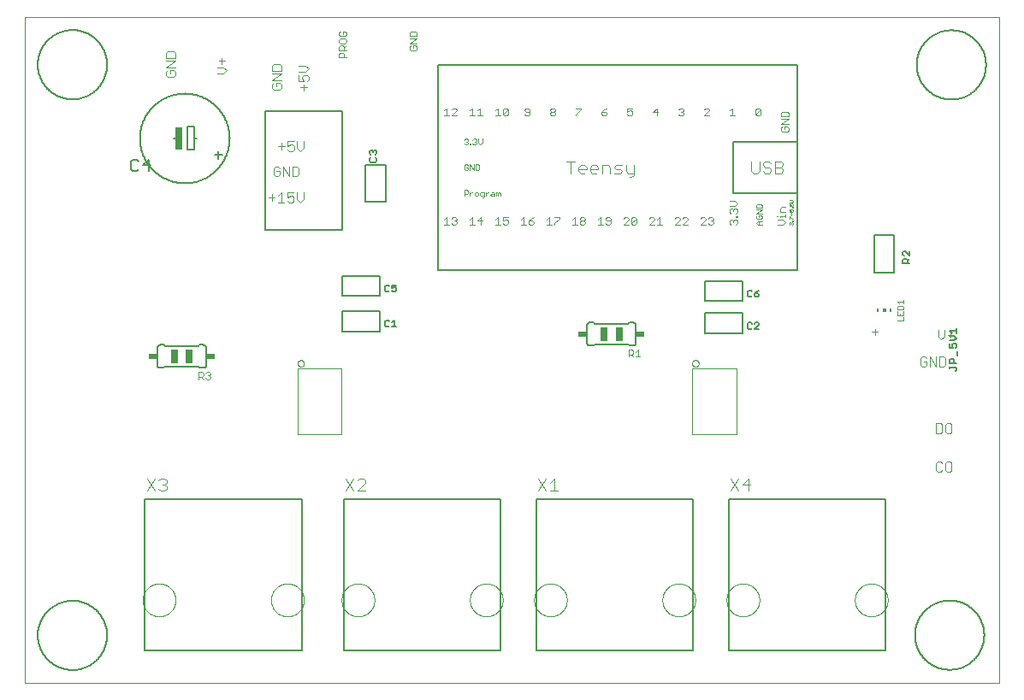
<source format=gto>
G75*
%MOIN*%
%OFA0B0*%
%FSLAX25Y25*%
%IPPOS*%
%LPD*%
%AMOC8*
5,1,8,0,0,1.08239X$1,22.5*
%
%ADD10C,0.00000*%
%ADD11C,0.00300*%
%ADD12C,0.00200*%
%ADD13C,0.00800*%
%ADD14C,0.00500*%
%ADD15C,0.00600*%
%ADD16R,0.02500X0.09000*%
%ADD17C,0.00400*%
%ADD18R,0.00591X0.01181*%
%ADD19R,0.01181X0.01181*%
%ADD20R,0.03400X0.02400*%
%ADD21R,0.02559X0.05512*%
%ADD22C,0.00100*%
%ADD23C,0.00799*%
D10*
X0002600Y0002600D02*
X0002600Y0262561D01*
X0382551Y0262561D01*
X0382551Y0002600D01*
X0002600Y0002600D01*
X0048700Y0035100D02*
X0048702Y0035260D01*
X0048708Y0035419D01*
X0048718Y0035578D01*
X0048732Y0035737D01*
X0048750Y0035896D01*
X0048771Y0036054D01*
X0048797Y0036211D01*
X0048827Y0036368D01*
X0048860Y0036524D01*
X0048898Y0036679D01*
X0048939Y0036833D01*
X0048984Y0036986D01*
X0049033Y0037138D01*
X0049086Y0037289D01*
X0049142Y0037438D01*
X0049203Y0037586D01*
X0049266Y0037732D01*
X0049334Y0037877D01*
X0049405Y0038020D01*
X0049479Y0038161D01*
X0049557Y0038300D01*
X0049639Y0038437D01*
X0049724Y0038572D01*
X0049812Y0038705D01*
X0049904Y0038836D01*
X0049998Y0038964D01*
X0050096Y0039090D01*
X0050197Y0039214D01*
X0050301Y0039335D01*
X0050408Y0039453D01*
X0050518Y0039569D01*
X0050631Y0039682D01*
X0050747Y0039792D01*
X0050865Y0039899D01*
X0050986Y0040003D01*
X0051110Y0040104D01*
X0051236Y0040202D01*
X0051364Y0040296D01*
X0051495Y0040388D01*
X0051628Y0040476D01*
X0051763Y0040561D01*
X0051900Y0040643D01*
X0052039Y0040721D01*
X0052180Y0040795D01*
X0052323Y0040866D01*
X0052468Y0040934D01*
X0052614Y0040997D01*
X0052762Y0041058D01*
X0052911Y0041114D01*
X0053062Y0041167D01*
X0053214Y0041216D01*
X0053367Y0041261D01*
X0053521Y0041302D01*
X0053676Y0041340D01*
X0053832Y0041373D01*
X0053989Y0041403D01*
X0054146Y0041429D01*
X0054304Y0041450D01*
X0054463Y0041468D01*
X0054622Y0041482D01*
X0054781Y0041492D01*
X0054940Y0041498D01*
X0055100Y0041500D01*
X0055260Y0041498D01*
X0055419Y0041492D01*
X0055578Y0041482D01*
X0055737Y0041468D01*
X0055896Y0041450D01*
X0056054Y0041429D01*
X0056211Y0041403D01*
X0056368Y0041373D01*
X0056524Y0041340D01*
X0056679Y0041302D01*
X0056833Y0041261D01*
X0056986Y0041216D01*
X0057138Y0041167D01*
X0057289Y0041114D01*
X0057438Y0041058D01*
X0057586Y0040997D01*
X0057732Y0040934D01*
X0057877Y0040866D01*
X0058020Y0040795D01*
X0058161Y0040721D01*
X0058300Y0040643D01*
X0058437Y0040561D01*
X0058572Y0040476D01*
X0058705Y0040388D01*
X0058836Y0040296D01*
X0058964Y0040202D01*
X0059090Y0040104D01*
X0059214Y0040003D01*
X0059335Y0039899D01*
X0059453Y0039792D01*
X0059569Y0039682D01*
X0059682Y0039569D01*
X0059792Y0039453D01*
X0059899Y0039335D01*
X0060003Y0039214D01*
X0060104Y0039090D01*
X0060202Y0038964D01*
X0060296Y0038836D01*
X0060388Y0038705D01*
X0060476Y0038572D01*
X0060561Y0038437D01*
X0060643Y0038300D01*
X0060721Y0038161D01*
X0060795Y0038020D01*
X0060866Y0037877D01*
X0060934Y0037732D01*
X0060997Y0037586D01*
X0061058Y0037438D01*
X0061114Y0037289D01*
X0061167Y0037138D01*
X0061216Y0036986D01*
X0061261Y0036833D01*
X0061302Y0036679D01*
X0061340Y0036524D01*
X0061373Y0036368D01*
X0061403Y0036211D01*
X0061429Y0036054D01*
X0061450Y0035896D01*
X0061468Y0035737D01*
X0061482Y0035578D01*
X0061492Y0035419D01*
X0061498Y0035260D01*
X0061500Y0035100D01*
X0061498Y0034940D01*
X0061492Y0034781D01*
X0061482Y0034622D01*
X0061468Y0034463D01*
X0061450Y0034304D01*
X0061429Y0034146D01*
X0061403Y0033989D01*
X0061373Y0033832D01*
X0061340Y0033676D01*
X0061302Y0033521D01*
X0061261Y0033367D01*
X0061216Y0033214D01*
X0061167Y0033062D01*
X0061114Y0032911D01*
X0061058Y0032762D01*
X0060997Y0032614D01*
X0060934Y0032468D01*
X0060866Y0032323D01*
X0060795Y0032180D01*
X0060721Y0032039D01*
X0060643Y0031900D01*
X0060561Y0031763D01*
X0060476Y0031628D01*
X0060388Y0031495D01*
X0060296Y0031364D01*
X0060202Y0031236D01*
X0060104Y0031110D01*
X0060003Y0030986D01*
X0059899Y0030865D01*
X0059792Y0030747D01*
X0059682Y0030631D01*
X0059569Y0030518D01*
X0059453Y0030408D01*
X0059335Y0030301D01*
X0059214Y0030197D01*
X0059090Y0030096D01*
X0058964Y0029998D01*
X0058836Y0029904D01*
X0058705Y0029812D01*
X0058572Y0029724D01*
X0058437Y0029639D01*
X0058300Y0029557D01*
X0058161Y0029479D01*
X0058020Y0029405D01*
X0057877Y0029334D01*
X0057732Y0029266D01*
X0057586Y0029203D01*
X0057438Y0029142D01*
X0057289Y0029086D01*
X0057138Y0029033D01*
X0056986Y0028984D01*
X0056833Y0028939D01*
X0056679Y0028898D01*
X0056524Y0028860D01*
X0056368Y0028827D01*
X0056211Y0028797D01*
X0056054Y0028771D01*
X0055896Y0028750D01*
X0055737Y0028732D01*
X0055578Y0028718D01*
X0055419Y0028708D01*
X0055260Y0028702D01*
X0055100Y0028700D01*
X0054940Y0028702D01*
X0054781Y0028708D01*
X0054622Y0028718D01*
X0054463Y0028732D01*
X0054304Y0028750D01*
X0054146Y0028771D01*
X0053989Y0028797D01*
X0053832Y0028827D01*
X0053676Y0028860D01*
X0053521Y0028898D01*
X0053367Y0028939D01*
X0053214Y0028984D01*
X0053062Y0029033D01*
X0052911Y0029086D01*
X0052762Y0029142D01*
X0052614Y0029203D01*
X0052468Y0029266D01*
X0052323Y0029334D01*
X0052180Y0029405D01*
X0052039Y0029479D01*
X0051900Y0029557D01*
X0051763Y0029639D01*
X0051628Y0029724D01*
X0051495Y0029812D01*
X0051364Y0029904D01*
X0051236Y0029998D01*
X0051110Y0030096D01*
X0050986Y0030197D01*
X0050865Y0030301D01*
X0050747Y0030408D01*
X0050631Y0030518D01*
X0050518Y0030631D01*
X0050408Y0030747D01*
X0050301Y0030865D01*
X0050197Y0030986D01*
X0050096Y0031110D01*
X0049998Y0031236D01*
X0049904Y0031364D01*
X0049812Y0031495D01*
X0049724Y0031628D01*
X0049639Y0031763D01*
X0049557Y0031900D01*
X0049479Y0032039D01*
X0049405Y0032180D01*
X0049334Y0032323D01*
X0049266Y0032468D01*
X0049203Y0032614D01*
X0049142Y0032762D01*
X0049086Y0032911D01*
X0049033Y0033062D01*
X0048984Y0033214D01*
X0048939Y0033367D01*
X0048898Y0033521D01*
X0048860Y0033676D01*
X0048827Y0033832D01*
X0048797Y0033989D01*
X0048771Y0034146D01*
X0048750Y0034304D01*
X0048732Y0034463D01*
X0048718Y0034622D01*
X0048708Y0034781D01*
X0048702Y0034940D01*
X0048700Y0035100D01*
X0098700Y0035100D02*
X0098702Y0035260D01*
X0098708Y0035419D01*
X0098718Y0035578D01*
X0098732Y0035737D01*
X0098750Y0035896D01*
X0098771Y0036054D01*
X0098797Y0036211D01*
X0098827Y0036368D01*
X0098860Y0036524D01*
X0098898Y0036679D01*
X0098939Y0036833D01*
X0098984Y0036986D01*
X0099033Y0037138D01*
X0099086Y0037289D01*
X0099142Y0037438D01*
X0099203Y0037586D01*
X0099266Y0037732D01*
X0099334Y0037877D01*
X0099405Y0038020D01*
X0099479Y0038161D01*
X0099557Y0038300D01*
X0099639Y0038437D01*
X0099724Y0038572D01*
X0099812Y0038705D01*
X0099904Y0038836D01*
X0099998Y0038964D01*
X0100096Y0039090D01*
X0100197Y0039214D01*
X0100301Y0039335D01*
X0100408Y0039453D01*
X0100518Y0039569D01*
X0100631Y0039682D01*
X0100747Y0039792D01*
X0100865Y0039899D01*
X0100986Y0040003D01*
X0101110Y0040104D01*
X0101236Y0040202D01*
X0101364Y0040296D01*
X0101495Y0040388D01*
X0101628Y0040476D01*
X0101763Y0040561D01*
X0101900Y0040643D01*
X0102039Y0040721D01*
X0102180Y0040795D01*
X0102323Y0040866D01*
X0102468Y0040934D01*
X0102614Y0040997D01*
X0102762Y0041058D01*
X0102911Y0041114D01*
X0103062Y0041167D01*
X0103214Y0041216D01*
X0103367Y0041261D01*
X0103521Y0041302D01*
X0103676Y0041340D01*
X0103832Y0041373D01*
X0103989Y0041403D01*
X0104146Y0041429D01*
X0104304Y0041450D01*
X0104463Y0041468D01*
X0104622Y0041482D01*
X0104781Y0041492D01*
X0104940Y0041498D01*
X0105100Y0041500D01*
X0105260Y0041498D01*
X0105419Y0041492D01*
X0105578Y0041482D01*
X0105737Y0041468D01*
X0105896Y0041450D01*
X0106054Y0041429D01*
X0106211Y0041403D01*
X0106368Y0041373D01*
X0106524Y0041340D01*
X0106679Y0041302D01*
X0106833Y0041261D01*
X0106986Y0041216D01*
X0107138Y0041167D01*
X0107289Y0041114D01*
X0107438Y0041058D01*
X0107586Y0040997D01*
X0107732Y0040934D01*
X0107877Y0040866D01*
X0108020Y0040795D01*
X0108161Y0040721D01*
X0108300Y0040643D01*
X0108437Y0040561D01*
X0108572Y0040476D01*
X0108705Y0040388D01*
X0108836Y0040296D01*
X0108964Y0040202D01*
X0109090Y0040104D01*
X0109214Y0040003D01*
X0109335Y0039899D01*
X0109453Y0039792D01*
X0109569Y0039682D01*
X0109682Y0039569D01*
X0109792Y0039453D01*
X0109899Y0039335D01*
X0110003Y0039214D01*
X0110104Y0039090D01*
X0110202Y0038964D01*
X0110296Y0038836D01*
X0110388Y0038705D01*
X0110476Y0038572D01*
X0110561Y0038437D01*
X0110643Y0038300D01*
X0110721Y0038161D01*
X0110795Y0038020D01*
X0110866Y0037877D01*
X0110934Y0037732D01*
X0110997Y0037586D01*
X0111058Y0037438D01*
X0111114Y0037289D01*
X0111167Y0037138D01*
X0111216Y0036986D01*
X0111261Y0036833D01*
X0111302Y0036679D01*
X0111340Y0036524D01*
X0111373Y0036368D01*
X0111403Y0036211D01*
X0111429Y0036054D01*
X0111450Y0035896D01*
X0111468Y0035737D01*
X0111482Y0035578D01*
X0111492Y0035419D01*
X0111498Y0035260D01*
X0111500Y0035100D01*
X0111498Y0034940D01*
X0111492Y0034781D01*
X0111482Y0034622D01*
X0111468Y0034463D01*
X0111450Y0034304D01*
X0111429Y0034146D01*
X0111403Y0033989D01*
X0111373Y0033832D01*
X0111340Y0033676D01*
X0111302Y0033521D01*
X0111261Y0033367D01*
X0111216Y0033214D01*
X0111167Y0033062D01*
X0111114Y0032911D01*
X0111058Y0032762D01*
X0110997Y0032614D01*
X0110934Y0032468D01*
X0110866Y0032323D01*
X0110795Y0032180D01*
X0110721Y0032039D01*
X0110643Y0031900D01*
X0110561Y0031763D01*
X0110476Y0031628D01*
X0110388Y0031495D01*
X0110296Y0031364D01*
X0110202Y0031236D01*
X0110104Y0031110D01*
X0110003Y0030986D01*
X0109899Y0030865D01*
X0109792Y0030747D01*
X0109682Y0030631D01*
X0109569Y0030518D01*
X0109453Y0030408D01*
X0109335Y0030301D01*
X0109214Y0030197D01*
X0109090Y0030096D01*
X0108964Y0029998D01*
X0108836Y0029904D01*
X0108705Y0029812D01*
X0108572Y0029724D01*
X0108437Y0029639D01*
X0108300Y0029557D01*
X0108161Y0029479D01*
X0108020Y0029405D01*
X0107877Y0029334D01*
X0107732Y0029266D01*
X0107586Y0029203D01*
X0107438Y0029142D01*
X0107289Y0029086D01*
X0107138Y0029033D01*
X0106986Y0028984D01*
X0106833Y0028939D01*
X0106679Y0028898D01*
X0106524Y0028860D01*
X0106368Y0028827D01*
X0106211Y0028797D01*
X0106054Y0028771D01*
X0105896Y0028750D01*
X0105737Y0028732D01*
X0105578Y0028718D01*
X0105419Y0028708D01*
X0105260Y0028702D01*
X0105100Y0028700D01*
X0104940Y0028702D01*
X0104781Y0028708D01*
X0104622Y0028718D01*
X0104463Y0028732D01*
X0104304Y0028750D01*
X0104146Y0028771D01*
X0103989Y0028797D01*
X0103832Y0028827D01*
X0103676Y0028860D01*
X0103521Y0028898D01*
X0103367Y0028939D01*
X0103214Y0028984D01*
X0103062Y0029033D01*
X0102911Y0029086D01*
X0102762Y0029142D01*
X0102614Y0029203D01*
X0102468Y0029266D01*
X0102323Y0029334D01*
X0102180Y0029405D01*
X0102039Y0029479D01*
X0101900Y0029557D01*
X0101763Y0029639D01*
X0101628Y0029724D01*
X0101495Y0029812D01*
X0101364Y0029904D01*
X0101236Y0029998D01*
X0101110Y0030096D01*
X0100986Y0030197D01*
X0100865Y0030301D01*
X0100747Y0030408D01*
X0100631Y0030518D01*
X0100518Y0030631D01*
X0100408Y0030747D01*
X0100301Y0030865D01*
X0100197Y0030986D01*
X0100096Y0031110D01*
X0099998Y0031236D01*
X0099904Y0031364D01*
X0099812Y0031495D01*
X0099724Y0031628D01*
X0099639Y0031763D01*
X0099557Y0031900D01*
X0099479Y0032039D01*
X0099405Y0032180D01*
X0099334Y0032323D01*
X0099266Y0032468D01*
X0099203Y0032614D01*
X0099142Y0032762D01*
X0099086Y0032911D01*
X0099033Y0033062D01*
X0098984Y0033214D01*
X0098939Y0033367D01*
X0098898Y0033521D01*
X0098860Y0033676D01*
X0098827Y0033832D01*
X0098797Y0033989D01*
X0098771Y0034146D01*
X0098750Y0034304D01*
X0098732Y0034463D01*
X0098718Y0034622D01*
X0098708Y0034781D01*
X0098702Y0034940D01*
X0098700Y0035100D01*
X0126200Y0035100D02*
X0126202Y0035260D01*
X0126208Y0035419D01*
X0126218Y0035578D01*
X0126232Y0035737D01*
X0126250Y0035896D01*
X0126271Y0036054D01*
X0126297Y0036211D01*
X0126327Y0036368D01*
X0126360Y0036524D01*
X0126398Y0036679D01*
X0126439Y0036833D01*
X0126484Y0036986D01*
X0126533Y0037138D01*
X0126586Y0037289D01*
X0126642Y0037438D01*
X0126703Y0037586D01*
X0126766Y0037732D01*
X0126834Y0037877D01*
X0126905Y0038020D01*
X0126979Y0038161D01*
X0127057Y0038300D01*
X0127139Y0038437D01*
X0127224Y0038572D01*
X0127312Y0038705D01*
X0127404Y0038836D01*
X0127498Y0038964D01*
X0127596Y0039090D01*
X0127697Y0039214D01*
X0127801Y0039335D01*
X0127908Y0039453D01*
X0128018Y0039569D01*
X0128131Y0039682D01*
X0128247Y0039792D01*
X0128365Y0039899D01*
X0128486Y0040003D01*
X0128610Y0040104D01*
X0128736Y0040202D01*
X0128864Y0040296D01*
X0128995Y0040388D01*
X0129128Y0040476D01*
X0129263Y0040561D01*
X0129400Y0040643D01*
X0129539Y0040721D01*
X0129680Y0040795D01*
X0129823Y0040866D01*
X0129968Y0040934D01*
X0130114Y0040997D01*
X0130262Y0041058D01*
X0130411Y0041114D01*
X0130562Y0041167D01*
X0130714Y0041216D01*
X0130867Y0041261D01*
X0131021Y0041302D01*
X0131176Y0041340D01*
X0131332Y0041373D01*
X0131489Y0041403D01*
X0131646Y0041429D01*
X0131804Y0041450D01*
X0131963Y0041468D01*
X0132122Y0041482D01*
X0132281Y0041492D01*
X0132440Y0041498D01*
X0132600Y0041500D01*
X0132760Y0041498D01*
X0132919Y0041492D01*
X0133078Y0041482D01*
X0133237Y0041468D01*
X0133396Y0041450D01*
X0133554Y0041429D01*
X0133711Y0041403D01*
X0133868Y0041373D01*
X0134024Y0041340D01*
X0134179Y0041302D01*
X0134333Y0041261D01*
X0134486Y0041216D01*
X0134638Y0041167D01*
X0134789Y0041114D01*
X0134938Y0041058D01*
X0135086Y0040997D01*
X0135232Y0040934D01*
X0135377Y0040866D01*
X0135520Y0040795D01*
X0135661Y0040721D01*
X0135800Y0040643D01*
X0135937Y0040561D01*
X0136072Y0040476D01*
X0136205Y0040388D01*
X0136336Y0040296D01*
X0136464Y0040202D01*
X0136590Y0040104D01*
X0136714Y0040003D01*
X0136835Y0039899D01*
X0136953Y0039792D01*
X0137069Y0039682D01*
X0137182Y0039569D01*
X0137292Y0039453D01*
X0137399Y0039335D01*
X0137503Y0039214D01*
X0137604Y0039090D01*
X0137702Y0038964D01*
X0137796Y0038836D01*
X0137888Y0038705D01*
X0137976Y0038572D01*
X0138061Y0038437D01*
X0138143Y0038300D01*
X0138221Y0038161D01*
X0138295Y0038020D01*
X0138366Y0037877D01*
X0138434Y0037732D01*
X0138497Y0037586D01*
X0138558Y0037438D01*
X0138614Y0037289D01*
X0138667Y0037138D01*
X0138716Y0036986D01*
X0138761Y0036833D01*
X0138802Y0036679D01*
X0138840Y0036524D01*
X0138873Y0036368D01*
X0138903Y0036211D01*
X0138929Y0036054D01*
X0138950Y0035896D01*
X0138968Y0035737D01*
X0138982Y0035578D01*
X0138992Y0035419D01*
X0138998Y0035260D01*
X0139000Y0035100D01*
X0138998Y0034940D01*
X0138992Y0034781D01*
X0138982Y0034622D01*
X0138968Y0034463D01*
X0138950Y0034304D01*
X0138929Y0034146D01*
X0138903Y0033989D01*
X0138873Y0033832D01*
X0138840Y0033676D01*
X0138802Y0033521D01*
X0138761Y0033367D01*
X0138716Y0033214D01*
X0138667Y0033062D01*
X0138614Y0032911D01*
X0138558Y0032762D01*
X0138497Y0032614D01*
X0138434Y0032468D01*
X0138366Y0032323D01*
X0138295Y0032180D01*
X0138221Y0032039D01*
X0138143Y0031900D01*
X0138061Y0031763D01*
X0137976Y0031628D01*
X0137888Y0031495D01*
X0137796Y0031364D01*
X0137702Y0031236D01*
X0137604Y0031110D01*
X0137503Y0030986D01*
X0137399Y0030865D01*
X0137292Y0030747D01*
X0137182Y0030631D01*
X0137069Y0030518D01*
X0136953Y0030408D01*
X0136835Y0030301D01*
X0136714Y0030197D01*
X0136590Y0030096D01*
X0136464Y0029998D01*
X0136336Y0029904D01*
X0136205Y0029812D01*
X0136072Y0029724D01*
X0135937Y0029639D01*
X0135800Y0029557D01*
X0135661Y0029479D01*
X0135520Y0029405D01*
X0135377Y0029334D01*
X0135232Y0029266D01*
X0135086Y0029203D01*
X0134938Y0029142D01*
X0134789Y0029086D01*
X0134638Y0029033D01*
X0134486Y0028984D01*
X0134333Y0028939D01*
X0134179Y0028898D01*
X0134024Y0028860D01*
X0133868Y0028827D01*
X0133711Y0028797D01*
X0133554Y0028771D01*
X0133396Y0028750D01*
X0133237Y0028732D01*
X0133078Y0028718D01*
X0132919Y0028708D01*
X0132760Y0028702D01*
X0132600Y0028700D01*
X0132440Y0028702D01*
X0132281Y0028708D01*
X0132122Y0028718D01*
X0131963Y0028732D01*
X0131804Y0028750D01*
X0131646Y0028771D01*
X0131489Y0028797D01*
X0131332Y0028827D01*
X0131176Y0028860D01*
X0131021Y0028898D01*
X0130867Y0028939D01*
X0130714Y0028984D01*
X0130562Y0029033D01*
X0130411Y0029086D01*
X0130262Y0029142D01*
X0130114Y0029203D01*
X0129968Y0029266D01*
X0129823Y0029334D01*
X0129680Y0029405D01*
X0129539Y0029479D01*
X0129400Y0029557D01*
X0129263Y0029639D01*
X0129128Y0029724D01*
X0128995Y0029812D01*
X0128864Y0029904D01*
X0128736Y0029998D01*
X0128610Y0030096D01*
X0128486Y0030197D01*
X0128365Y0030301D01*
X0128247Y0030408D01*
X0128131Y0030518D01*
X0128018Y0030631D01*
X0127908Y0030747D01*
X0127801Y0030865D01*
X0127697Y0030986D01*
X0127596Y0031110D01*
X0127498Y0031236D01*
X0127404Y0031364D01*
X0127312Y0031495D01*
X0127224Y0031628D01*
X0127139Y0031763D01*
X0127057Y0031900D01*
X0126979Y0032039D01*
X0126905Y0032180D01*
X0126834Y0032323D01*
X0126766Y0032468D01*
X0126703Y0032614D01*
X0126642Y0032762D01*
X0126586Y0032911D01*
X0126533Y0033062D01*
X0126484Y0033214D01*
X0126439Y0033367D01*
X0126398Y0033521D01*
X0126360Y0033676D01*
X0126327Y0033832D01*
X0126297Y0033989D01*
X0126271Y0034146D01*
X0126250Y0034304D01*
X0126232Y0034463D01*
X0126218Y0034622D01*
X0126208Y0034781D01*
X0126202Y0034940D01*
X0126200Y0035100D01*
X0176200Y0035100D02*
X0176202Y0035260D01*
X0176208Y0035419D01*
X0176218Y0035578D01*
X0176232Y0035737D01*
X0176250Y0035896D01*
X0176271Y0036054D01*
X0176297Y0036211D01*
X0176327Y0036368D01*
X0176360Y0036524D01*
X0176398Y0036679D01*
X0176439Y0036833D01*
X0176484Y0036986D01*
X0176533Y0037138D01*
X0176586Y0037289D01*
X0176642Y0037438D01*
X0176703Y0037586D01*
X0176766Y0037732D01*
X0176834Y0037877D01*
X0176905Y0038020D01*
X0176979Y0038161D01*
X0177057Y0038300D01*
X0177139Y0038437D01*
X0177224Y0038572D01*
X0177312Y0038705D01*
X0177404Y0038836D01*
X0177498Y0038964D01*
X0177596Y0039090D01*
X0177697Y0039214D01*
X0177801Y0039335D01*
X0177908Y0039453D01*
X0178018Y0039569D01*
X0178131Y0039682D01*
X0178247Y0039792D01*
X0178365Y0039899D01*
X0178486Y0040003D01*
X0178610Y0040104D01*
X0178736Y0040202D01*
X0178864Y0040296D01*
X0178995Y0040388D01*
X0179128Y0040476D01*
X0179263Y0040561D01*
X0179400Y0040643D01*
X0179539Y0040721D01*
X0179680Y0040795D01*
X0179823Y0040866D01*
X0179968Y0040934D01*
X0180114Y0040997D01*
X0180262Y0041058D01*
X0180411Y0041114D01*
X0180562Y0041167D01*
X0180714Y0041216D01*
X0180867Y0041261D01*
X0181021Y0041302D01*
X0181176Y0041340D01*
X0181332Y0041373D01*
X0181489Y0041403D01*
X0181646Y0041429D01*
X0181804Y0041450D01*
X0181963Y0041468D01*
X0182122Y0041482D01*
X0182281Y0041492D01*
X0182440Y0041498D01*
X0182600Y0041500D01*
X0182760Y0041498D01*
X0182919Y0041492D01*
X0183078Y0041482D01*
X0183237Y0041468D01*
X0183396Y0041450D01*
X0183554Y0041429D01*
X0183711Y0041403D01*
X0183868Y0041373D01*
X0184024Y0041340D01*
X0184179Y0041302D01*
X0184333Y0041261D01*
X0184486Y0041216D01*
X0184638Y0041167D01*
X0184789Y0041114D01*
X0184938Y0041058D01*
X0185086Y0040997D01*
X0185232Y0040934D01*
X0185377Y0040866D01*
X0185520Y0040795D01*
X0185661Y0040721D01*
X0185800Y0040643D01*
X0185937Y0040561D01*
X0186072Y0040476D01*
X0186205Y0040388D01*
X0186336Y0040296D01*
X0186464Y0040202D01*
X0186590Y0040104D01*
X0186714Y0040003D01*
X0186835Y0039899D01*
X0186953Y0039792D01*
X0187069Y0039682D01*
X0187182Y0039569D01*
X0187292Y0039453D01*
X0187399Y0039335D01*
X0187503Y0039214D01*
X0187604Y0039090D01*
X0187702Y0038964D01*
X0187796Y0038836D01*
X0187888Y0038705D01*
X0187976Y0038572D01*
X0188061Y0038437D01*
X0188143Y0038300D01*
X0188221Y0038161D01*
X0188295Y0038020D01*
X0188366Y0037877D01*
X0188434Y0037732D01*
X0188497Y0037586D01*
X0188558Y0037438D01*
X0188614Y0037289D01*
X0188667Y0037138D01*
X0188716Y0036986D01*
X0188761Y0036833D01*
X0188802Y0036679D01*
X0188840Y0036524D01*
X0188873Y0036368D01*
X0188903Y0036211D01*
X0188929Y0036054D01*
X0188950Y0035896D01*
X0188968Y0035737D01*
X0188982Y0035578D01*
X0188992Y0035419D01*
X0188998Y0035260D01*
X0189000Y0035100D01*
X0188998Y0034940D01*
X0188992Y0034781D01*
X0188982Y0034622D01*
X0188968Y0034463D01*
X0188950Y0034304D01*
X0188929Y0034146D01*
X0188903Y0033989D01*
X0188873Y0033832D01*
X0188840Y0033676D01*
X0188802Y0033521D01*
X0188761Y0033367D01*
X0188716Y0033214D01*
X0188667Y0033062D01*
X0188614Y0032911D01*
X0188558Y0032762D01*
X0188497Y0032614D01*
X0188434Y0032468D01*
X0188366Y0032323D01*
X0188295Y0032180D01*
X0188221Y0032039D01*
X0188143Y0031900D01*
X0188061Y0031763D01*
X0187976Y0031628D01*
X0187888Y0031495D01*
X0187796Y0031364D01*
X0187702Y0031236D01*
X0187604Y0031110D01*
X0187503Y0030986D01*
X0187399Y0030865D01*
X0187292Y0030747D01*
X0187182Y0030631D01*
X0187069Y0030518D01*
X0186953Y0030408D01*
X0186835Y0030301D01*
X0186714Y0030197D01*
X0186590Y0030096D01*
X0186464Y0029998D01*
X0186336Y0029904D01*
X0186205Y0029812D01*
X0186072Y0029724D01*
X0185937Y0029639D01*
X0185800Y0029557D01*
X0185661Y0029479D01*
X0185520Y0029405D01*
X0185377Y0029334D01*
X0185232Y0029266D01*
X0185086Y0029203D01*
X0184938Y0029142D01*
X0184789Y0029086D01*
X0184638Y0029033D01*
X0184486Y0028984D01*
X0184333Y0028939D01*
X0184179Y0028898D01*
X0184024Y0028860D01*
X0183868Y0028827D01*
X0183711Y0028797D01*
X0183554Y0028771D01*
X0183396Y0028750D01*
X0183237Y0028732D01*
X0183078Y0028718D01*
X0182919Y0028708D01*
X0182760Y0028702D01*
X0182600Y0028700D01*
X0182440Y0028702D01*
X0182281Y0028708D01*
X0182122Y0028718D01*
X0181963Y0028732D01*
X0181804Y0028750D01*
X0181646Y0028771D01*
X0181489Y0028797D01*
X0181332Y0028827D01*
X0181176Y0028860D01*
X0181021Y0028898D01*
X0180867Y0028939D01*
X0180714Y0028984D01*
X0180562Y0029033D01*
X0180411Y0029086D01*
X0180262Y0029142D01*
X0180114Y0029203D01*
X0179968Y0029266D01*
X0179823Y0029334D01*
X0179680Y0029405D01*
X0179539Y0029479D01*
X0179400Y0029557D01*
X0179263Y0029639D01*
X0179128Y0029724D01*
X0178995Y0029812D01*
X0178864Y0029904D01*
X0178736Y0029998D01*
X0178610Y0030096D01*
X0178486Y0030197D01*
X0178365Y0030301D01*
X0178247Y0030408D01*
X0178131Y0030518D01*
X0178018Y0030631D01*
X0177908Y0030747D01*
X0177801Y0030865D01*
X0177697Y0030986D01*
X0177596Y0031110D01*
X0177498Y0031236D01*
X0177404Y0031364D01*
X0177312Y0031495D01*
X0177224Y0031628D01*
X0177139Y0031763D01*
X0177057Y0031900D01*
X0176979Y0032039D01*
X0176905Y0032180D01*
X0176834Y0032323D01*
X0176766Y0032468D01*
X0176703Y0032614D01*
X0176642Y0032762D01*
X0176586Y0032911D01*
X0176533Y0033062D01*
X0176484Y0033214D01*
X0176439Y0033367D01*
X0176398Y0033521D01*
X0176360Y0033676D01*
X0176327Y0033832D01*
X0176297Y0033989D01*
X0176271Y0034146D01*
X0176250Y0034304D01*
X0176232Y0034463D01*
X0176218Y0034622D01*
X0176208Y0034781D01*
X0176202Y0034940D01*
X0176200Y0035100D01*
X0201200Y0035100D02*
X0201202Y0035260D01*
X0201208Y0035419D01*
X0201218Y0035578D01*
X0201232Y0035737D01*
X0201250Y0035896D01*
X0201271Y0036054D01*
X0201297Y0036211D01*
X0201327Y0036368D01*
X0201360Y0036524D01*
X0201398Y0036679D01*
X0201439Y0036833D01*
X0201484Y0036986D01*
X0201533Y0037138D01*
X0201586Y0037289D01*
X0201642Y0037438D01*
X0201703Y0037586D01*
X0201766Y0037732D01*
X0201834Y0037877D01*
X0201905Y0038020D01*
X0201979Y0038161D01*
X0202057Y0038300D01*
X0202139Y0038437D01*
X0202224Y0038572D01*
X0202312Y0038705D01*
X0202404Y0038836D01*
X0202498Y0038964D01*
X0202596Y0039090D01*
X0202697Y0039214D01*
X0202801Y0039335D01*
X0202908Y0039453D01*
X0203018Y0039569D01*
X0203131Y0039682D01*
X0203247Y0039792D01*
X0203365Y0039899D01*
X0203486Y0040003D01*
X0203610Y0040104D01*
X0203736Y0040202D01*
X0203864Y0040296D01*
X0203995Y0040388D01*
X0204128Y0040476D01*
X0204263Y0040561D01*
X0204400Y0040643D01*
X0204539Y0040721D01*
X0204680Y0040795D01*
X0204823Y0040866D01*
X0204968Y0040934D01*
X0205114Y0040997D01*
X0205262Y0041058D01*
X0205411Y0041114D01*
X0205562Y0041167D01*
X0205714Y0041216D01*
X0205867Y0041261D01*
X0206021Y0041302D01*
X0206176Y0041340D01*
X0206332Y0041373D01*
X0206489Y0041403D01*
X0206646Y0041429D01*
X0206804Y0041450D01*
X0206963Y0041468D01*
X0207122Y0041482D01*
X0207281Y0041492D01*
X0207440Y0041498D01*
X0207600Y0041500D01*
X0207760Y0041498D01*
X0207919Y0041492D01*
X0208078Y0041482D01*
X0208237Y0041468D01*
X0208396Y0041450D01*
X0208554Y0041429D01*
X0208711Y0041403D01*
X0208868Y0041373D01*
X0209024Y0041340D01*
X0209179Y0041302D01*
X0209333Y0041261D01*
X0209486Y0041216D01*
X0209638Y0041167D01*
X0209789Y0041114D01*
X0209938Y0041058D01*
X0210086Y0040997D01*
X0210232Y0040934D01*
X0210377Y0040866D01*
X0210520Y0040795D01*
X0210661Y0040721D01*
X0210800Y0040643D01*
X0210937Y0040561D01*
X0211072Y0040476D01*
X0211205Y0040388D01*
X0211336Y0040296D01*
X0211464Y0040202D01*
X0211590Y0040104D01*
X0211714Y0040003D01*
X0211835Y0039899D01*
X0211953Y0039792D01*
X0212069Y0039682D01*
X0212182Y0039569D01*
X0212292Y0039453D01*
X0212399Y0039335D01*
X0212503Y0039214D01*
X0212604Y0039090D01*
X0212702Y0038964D01*
X0212796Y0038836D01*
X0212888Y0038705D01*
X0212976Y0038572D01*
X0213061Y0038437D01*
X0213143Y0038300D01*
X0213221Y0038161D01*
X0213295Y0038020D01*
X0213366Y0037877D01*
X0213434Y0037732D01*
X0213497Y0037586D01*
X0213558Y0037438D01*
X0213614Y0037289D01*
X0213667Y0037138D01*
X0213716Y0036986D01*
X0213761Y0036833D01*
X0213802Y0036679D01*
X0213840Y0036524D01*
X0213873Y0036368D01*
X0213903Y0036211D01*
X0213929Y0036054D01*
X0213950Y0035896D01*
X0213968Y0035737D01*
X0213982Y0035578D01*
X0213992Y0035419D01*
X0213998Y0035260D01*
X0214000Y0035100D01*
X0213998Y0034940D01*
X0213992Y0034781D01*
X0213982Y0034622D01*
X0213968Y0034463D01*
X0213950Y0034304D01*
X0213929Y0034146D01*
X0213903Y0033989D01*
X0213873Y0033832D01*
X0213840Y0033676D01*
X0213802Y0033521D01*
X0213761Y0033367D01*
X0213716Y0033214D01*
X0213667Y0033062D01*
X0213614Y0032911D01*
X0213558Y0032762D01*
X0213497Y0032614D01*
X0213434Y0032468D01*
X0213366Y0032323D01*
X0213295Y0032180D01*
X0213221Y0032039D01*
X0213143Y0031900D01*
X0213061Y0031763D01*
X0212976Y0031628D01*
X0212888Y0031495D01*
X0212796Y0031364D01*
X0212702Y0031236D01*
X0212604Y0031110D01*
X0212503Y0030986D01*
X0212399Y0030865D01*
X0212292Y0030747D01*
X0212182Y0030631D01*
X0212069Y0030518D01*
X0211953Y0030408D01*
X0211835Y0030301D01*
X0211714Y0030197D01*
X0211590Y0030096D01*
X0211464Y0029998D01*
X0211336Y0029904D01*
X0211205Y0029812D01*
X0211072Y0029724D01*
X0210937Y0029639D01*
X0210800Y0029557D01*
X0210661Y0029479D01*
X0210520Y0029405D01*
X0210377Y0029334D01*
X0210232Y0029266D01*
X0210086Y0029203D01*
X0209938Y0029142D01*
X0209789Y0029086D01*
X0209638Y0029033D01*
X0209486Y0028984D01*
X0209333Y0028939D01*
X0209179Y0028898D01*
X0209024Y0028860D01*
X0208868Y0028827D01*
X0208711Y0028797D01*
X0208554Y0028771D01*
X0208396Y0028750D01*
X0208237Y0028732D01*
X0208078Y0028718D01*
X0207919Y0028708D01*
X0207760Y0028702D01*
X0207600Y0028700D01*
X0207440Y0028702D01*
X0207281Y0028708D01*
X0207122Y0028718D01*
X0206963Y0028732D01*
X0206804Y0028750D01*
X0206646Y0028771D01*
X0206489Y0028797D01*
X0206332Y0028827D01*
X0206176Y0028860D01*
X0206021Y0028898D01*
X0205867Y0028939D01*
X0205714Y0028984D01*
X0205562Y0029033D01*
X0205411Y0029086D01*
X0205262Y0029142D01*
X0205114Y0029203D01*
X0204968Y0029266D01*
X0204823Y0029334D01*
X0204680Y0029405D01*
X0204539Y0029479D01*
X0204400Y0029557D01*
X0204263Y0029639D01*
X0204128Y0029724D01*
X0203995Y0029812D01*
X0203864Y0029904D01*
X0203736Y0029998D01*
X0203610Y0030096D01*
X0203486Y0030197D01*
X0203365Y0030301D01*
X0203247Y0030408D01*
X0203131Y0030518D01*
X0203018Y0030631D01*
X0202908Y0030747D01*
X0202801Y0030865D01*
X0202697Y0030986D01*
X0202596Y0031110D01*
X0202498Y0031236D01*
X0202404Y0031364D01*
X0202312Y0031495D01*
X0202224Y0031628D01*
X0202139Y0031763D01*
X0202057Y0031900D01*
X0201979Y0032039D01*
X0201905Y0032180D01*
X0201834Y0032323D01*
X0201766Y0032468D01*
X0201703Y0032614D01*
X0201642Y0032762D01*
X0201586Y0032911D01*
X0201533Y0033062D01*
X0201484Y0033214D01*
X0201439Y0033367D01*
X0201398Y0033521D01*
X0201360Y0033676D01*
X0201327Y0033832D01*
X0201297Y0033989D01*
X0201271Y0034146D01*
X0201250Y0034304D01*
X0201232Y0034463D01*
X0201218Y0034622D01*
X0201208Y0034781D01*
X0201202Y0034940D01*
X0201200Y0035100D01*
X0251200Y0035100D02*
X0251202Y0035260D01*
X0251208Y0035419D01*
X0251218Y0035578D01*
X0251232Y0035737D01*
X0251250Y0035896D01*
X0251271Y0036054D01*
X0251297Y0036211D01*
X0251327Y0036368D01*
X0251360Y0036524D01*
X0251398Y0036679D01*
X0251439Y0036833D01*
X0251484Y0036986D01*
X0251533Y0037138D01*
X0251586Y0037289D01*
X0251642Y0037438D01*
X0251703Y0037586D01*
X0251766Y0037732D01*
X0251834Y0037877D01*
X0251905Y0038020D01*
X0251979Y0038161D01*
X0252057Y0038300D01*
X0252139Y0038437D01*
X0252224Y0038572D01*
X0252312Y0038705D01*
X0252404Y0038836D01*
X0252498Y0038964D01*
X0252596Y0039090D01*
X0252697Y0039214D01*
X0252801Y0039335D01*
X0252908Y0039453D01*
X0253018Y0039569D01*
X0253131Y0039682D01*
X0253247Y0039792D01*
X0253365Y0039899D01*
X0253486Y0040003D01*
X0253610Y0040104D01*
X0253736Y0040202D01*
X0253864Y0040296D01*
X0253995Y0040388D01*
X0254128Y0040476D01*
X0254263Y0040561D01*
X0254400Y0040643D01*
X0254539Y0040721D01*
X0254680Y0040795D01*
X0254823Y0040866D01*
X0254968Y0040934D01*
X0255114Y0040997D01*
X0255262Y0041058D01*
X0255411Y0041114D01*
X0255562Y0041167D01*
X0255714Y0041216D01*
X0255867Y0041261D01*
X0256021Y0041302D01*
X0256176Y0041340D01*
X0256332Y0041373D01*
X0256489Y0041403D01*
X0256646Y0041429D01*
X0256804Y0041450D01*
X0256963Y0041468D01*
X0257122Y0041482D01*
X0257281Y0041492D01*
X0257440Y0041498D01*
X0257600Y0041500D01*
X0257760Y0041498D01*
X0257919Y0041492D01*
X0258078Y0041482D01*
X0258237Y0041468D01*
X0258396Y0041450D01*
X0258554Y0041429D01*
X0258711Y0041403D01*
X0258868Y0041373D01*
X0259024Y0041340D01*
X0259179Y0041302D01*
X0259333Y0041261D01*
X0259486Y0041216D01*
X0259638Y0041167D01*
X0259789Y0041114D01*
X0259938Y0041058D01*
X0260086Y0040997D01*
X0260232Y0040934D01*
X0260377Y0040866D01*
X0260520Y0040795D01*
X0260661Y0040721D01*
X0260800Y0040643D01*
X0260937Y0040561D01*
X0261072Y0040476D01*
X0261205Y0040388D01*
X0261336Y0040296D01*
X0261464Y0040202D01*
X0261590Y0040104D01*
X0261714Y0040003D01*
X0261835Y0039899D01*
X0261953Y0039792D01*
X0262069Y0039682D01*
X0262182Y0039569D01*
X0262292Y0039453D01*
X0262399Y0039335D01*
X0262503Y0039214D01*
X0262604Y0039090D01*
X0262702Y0038964D01*
X0262796Y0038836D01*
X0262888Y0038705D01*
X0262976Y0038572D01*
X0263061Y0038437D01*
X0263143Y0038300D01*
X0263221Y0038161D01*
X0263295Y0038020D01*
X0263366Y0037877D01*
X0263434Y0037732D01*
X0263497Y0037586D01*
X0263558Y0037438D01*
X0263614Y0037289D01*
X0263667Y0037138D01*
X0263716Y0036986D01*
X0263761Y0036833D01*
X0263802Y0036679D01*
X0263840Y0036524D01*
X0263873Y0036368D01*
X0263903Y0036211D01*
X0263929Y0036054D01*
X0263950Y0035896D01*
X0263968Y0035737D01*
X0263982Y0035578D01*
X0263992Y0035419D01*
X0263998Y0035260D01*
X0264000Y0035100D01*
X0263998Y0034940D01*
X0263992Y0034781D01*
X0263982Y0034622D01*
X0263968Y0034463D01*
X0263950Y0034304D01*
X0263929Y0034146D01*
X0263903Y0033989D01*
X0263873Y0033832D01*
X0263840Y0033676D01*
X0263802Y0033521D01*
X0263761Y0033367D01*
X0263716Y0033214D01*
X0263667Y0033062D01*
X0263614Y0032911D01*
X0263558Y0032762D01*
X0263497Y0032614D01*
X0263434Y0032468D01*
X0263366Y0032323D01*
X0263295Y0032180D01*
X0263221Y0032039D01*
X0263143Y0031900D01*
X0263061Y0031763D01*
X0262976Y0031628D01*
X0262888Y0031495D01*
X0262796Y0031364D01*
X0262702Y0031236D01*
X0262604Y0031110D01*
X0262503Y0030986D01*
X0262399Y0030865D01*
X0262292Y0030747D01*
X0262182Y0030631D01*
X0262069Y0030518D01*
X0261953Y0030408D01*
X0261835Y0030301D01*
X0261714Y0030197D01*
X0261590Y0030096D01*
X0261464Y0029998D01*
X0261336Y0029904D01*
X0261205Y0029812D01*
X0261072Y0029724D01*
X0260937Y0029639D01*
X0260800Y0029557D01*
X0260661Y0029479D01*
X0260520Y0029405D01*
X0260377Y0029334D01*
X0260232Y0029266D01*
X0260086Y0029203D01*
X0259938Y0029142D01*
X0259789Y0029086D01*
X0259638Y0029033D01*
X0259486Y0028984D01*
X0259333Y0028939D01*
X0259179Y0028898D01*
X0259024Y0028860D01*
X0258868Y0028827D01*
X0258711Y0028797D01*
X0258554Y0028771D01*
X0258396Y0028750D01*
X0258237Y0028732D01*
X0258078Y0028718D01*
X0257919Y0028708D01*
X0257760Y0028702D01*
X0257600Y0028700D01*
X0257440Y0028702D01*
X0257281Y0028708D01*
X0257122Y0028718D01*
X0256963Y0028732D01*
X0256804Y0028750D01*
X0256646Y0028771D01*
X0256489Y0028797D01*
X0256332Y0028827D01*
X0256176Y0028860D01*
X0256021Y0028898D01*
X0255867Y0028939D01*
X0255714Y0028984D01*
X0255562Y0029033D01*
X0255411Y0029086D01*
X0255262Y0029142D01*
X0255114Y0029203D01*
X0254968Y0029266D01*
X0254823Y0029334D01*
X0254680Y0029405D01*
X0254539Y0029479D01*
X0254400Y0029557D01*
X0254263Y0029639D01*
X0254128Y0029724D01*
X0253995Y0029812D01*
X0253864Y0029904D01*
X0253736Y0029998D01*
X0253610Y0030096D01*
X0253486Y0030197D01*
X0253365Y0030301D01*
X0253247Y0030408D01*
X0253131Y0030518D01*
X0253018Y0030631D01*
X0252908Y0030747D01*
X0252801Y0030865D01*
X0252697Y0030986D01*
X0252596Y0031110D01*
X0252498Y0031236D01*
X0252404Y0031364D01*
X0252312Y0031495D01*
X0252224Y0031628D01*
X0252139Y0031763D01*
X0252057Y0031900D01*
X0251979Y0032039D01*
X0251905Y0032180D01*
X0251834Y0032323D01*
X0251766Y0032468D01*
X0251703Y0032614D01*
X0251642Y0032762D01*
X0251586Y0032911D01*
X0251533Y0033062D01*
X0251484Y0033214D01*
X0251439Y0033367D01*
X0251398Y0033521D01*
X0251360Y0033676D01*
X0251327Y0033832D01*
X0251297Y0033989D01*
X0251271Y0034146D01*
X0251250Y0034304D01*
X0251232Y0034463D01*
X0251218Y0034622D01*
X0251208Y0034781D01*
X0251202Y0034940D01*
X0251200Y0035100D01*
X0276200Y0035100D02*
X0276202Y0035260D01*
X0276208Y0035419D01*
X0276218Y0035578D01*
X0276232Y0035737D01*
X0276250Y0035896D01*
X0276271Y0036054D01*
X0276297Y0036211D01*
X0276327Y0036368D01*
X0276360Y0036524D01*
X0276398Y0036679D01*
X0276439Y0036833D01*
X0276484Y0036986D01*
X0276533Y0037138D01*
X0276586Y0037289D01*
X0276642Y0037438D01*
X0276703Y0037586D01*
X0276766Y0037732D01*
X0276834Y0037877D01*
X0276905Y0038020D01*
X0276979Y0038161D01*
X0277057Y0038300D01*
X0277139Y0038437D01*
X0277224Y0038572D01*
X0277312Y0038705D01*
X0277404Y0038836D01*
X0277498Y0038964D01*
X0277596Y0039090D01*
X0277697Y0039214D01*
X0277801Y0039335D01*
X0277908Y0039453D01*
X0278018Y0039569D01*
X0278131Y0039682D01*
X0278247Y0039792D01*
X0278365Y0039899D01*
X0278486Y0040003D01*
X0278610Y0040104D01*
X0278736Y0040202D01*
X0278864Y0040296D01*
X0278995Y0040388D01*
X0279128Y0040476D01*
X0279263Y0040561D01*
X0279400Y0040643D01*
X0279539Y0040721D01*
X0279680Y0040795D01*
X0279823Y0040866D01*
X0279968Y0040934D01*
X0280114Y0040997D01*
X0280262Y0041058D01*
X0280411Y0041114D01*
X0280562Y0041167D01*
X0280714Y0041216D01*
X0280867Y0041261D01*
X0281021Y0041302D01*
X0281176Y0041340D01*
X0281332Y0041373D01*
X0281489Y0041403D01*
X0281646Y0041429D01*
X0281804Y0041450D01*
X0281963Y0041468D01*
X0282122Y0041482D01*
X0282281Y0041492D01*
X0282440Y0041498D01*
X0282600Y0041500D01*
X0282760Y0041498D01*
X0282919Y0041492D01*
X0283078Y0041482D01*
X0283237Y0041468D01*
X0283396Y0041450D01*
X0283554Y0041429D01*
X0283711Y0041403D01*
X0283868Y0041373D01*
X0284024Y0041340D01*
X0284179Y0041302D01*
X0284333Y0041261D01*
X0284486Y0041216D01*
X0284638Y0041167D01*
X0284789Y0041114D01*
X0284938Y0041058D01*
X0285086Y0040997D01*
X0285232Y0040934D01*
X0285377Y0040866D01*
X0285520Y0040795D01*
X0285661Y0040721D01*
X0285800Y0040643D01*
X0285937Y0040561D01*
X0286072Y0040476D01*
X0286205Y0040388D01*
X0286336Y0040296D01*
X0286464Y0040202D01*
X0286590Y0040104D01*
X0286714Y0040003D01*
X0286835Y0039899D01*
X0286953Y0039792D01*
X0287069Y0039682D01*
X0287182Y0039569D01*
X0287292Y0039453D01*
X0287399Y0039335D01*
X0287503Y0039214D01*
X0287604Y0039090D01*
X0287702Y0038964D01*
X0287796Y0038836D01*
X0287888Y0038705D01*
X0287976Y0038572D01*
X0288061Y0038437D01*
X0288143Y0038300D01*
X0288221Y0038161D01*
X0288295Y0038020D01*
X0288366Y0037877D01*
X0288434Y0037732D01*
X0288497Y0037586D01*
X0288558Y0037438D01*
X0288614Y0037289D01*
X0288667Y0037138D01*
X0288716Y0036986D01*
X0288761Y0036833D01*
X0288802Y0036679D01*
X0288840Y0036524D01*
X0288873Y0036368D01*
X0288903Y0036211D01*
X0288929Y0036054D01*
X0288950Y0035896D01*
X0288968Y0035737D01*
X0288982Y0035578D01*
X0288992Y0035419D01*
X0288998Y0035260D01*
X0289000Y0035100D01*
X0288998Y0034940D01*
X0288992Y0034781D01*
X0288982Y0034622D01*
X0288968Y0034463D01*
X0288950Y0034304D01*
X0288929Y0034146D01*
X0288903Y0033989D01*
X0288873Y0033832D01*
X0288840Y0033676D01*
X0288802Y0033521D01*
X0288761Y0033367D01*
X0288716Y0033214D01*
X0288667Y0033062D01*
X0288614Y0032911D01*
X0288558Y0032762D01*
X0288497Y0032614D01*
X0288434Y0032468D01*
X0288366Y0032323D01*
X0288295Y0032180D01*
X0288221Y0032039D01*
X0288143Y0031900D01*
X0288061Y0031763D01*
X0287976Y0031628D01*
X0287888Y0031495D01*
X0287796Y0031364D01*
X0287702Y0031236D01*
X0287604Y0031110D01*
X0287503Y0030986D01*
X0287399Y0030865D01*
X0287292Y0030747D01*
X0287182Y0030631D01*
X0287069Y0030518D01*
X0286953Y0030408D01*
X0286835Y0030301D01*
X0286714Y0030197D01*
X0286590Y0030096D01*
X0286464Y0029998D01*
X0286336Y0029904D01*
X0286205Y0029812D01*
X0286072Y0029724D01*
X0285937Y0029639D01*
X0285800Y0029557D01*
X0285661Y0029479D01*
X0285520Y0029405D01*
X0285377Y0029334D01*
X0285232Y0029266D01*
X0285086Y0029203D01*
X0284938Y0029142D01*
X0284789Y0029086D01*
X0284638Y0029033D01*
X0284486Y0028984D01*
X0284333Y0028939D01*
X0284179Y0028898D01*
X0284024Y0028860D01*
X0283868Y0028827D01*
X0283711Y0028797D01*
X0283554Y0028771D01*
X0283396Y0028750D01*
X0283237Y0028732D01*
X0283078Y0028718D01*
X0282919Y0028708D01*
X0282760Y0028702D01*
X0282600Y0028700D01*
X0282440Y0028702D01*
X0282281Y0028708D01*
X0282122Y0028718D01*
X0281963Y0028732D01*
X0281804Y0028750D01*
X0281646Y0028771D01*
X0281489Y0028797D01*
X0281332Y0028827D01*
X0281176Y0028860D01*
X0281021Y0028898D01*
X0280867Y0028939D01*
X0280714Y0028984D01*
X0280562Y0029033D01*
X0280411Y0029086D01*
X0280262Y0029142D01*
X0280114Y0029203D01*
X0279968Y0029266D01*
X0279823Y0029334D01*
X0279680Y0029405D01*
X0279539Y0029479D01*
X0279400Y0029557D01*
X0279263Y0029639D01*
X0279128Y0029724D01*
X0278995Y0029812D01*
X0278864Y0029904D01*
X0278736Y0029998D01*
X0278610Y0030096D01*
X0278486Y0030197D01*
X0278365Y0030301D01*
X0278247Y0030408D01*
X0278131Y0030518D01*
X0278018Y0030631D01*
X0277908Y0030747D01*
X0277801Y0030865D01*
X0277697Y0030986D01*
X0277596Y0031110D01*
X0277498Y0031236D01*
X0277404Y0031364D01*
X0277312Y0031495D01*
X0277224Y0031628D01*
X0277139Y0031763D01*
X0277057Y0031900D01*
X0276979Y0032039D01*
X0276905Y0032180D01*
X0276834Y0032323D01*
X0276766Y0032468D01*
X0276703Y0032614D01*
X0276642Y0032762D01*
X0276586Y0032911D01*
X0276533Y0033062D01*
X0276484Y0033214D01*
X0276439Y0033367D01*
X0276398Y0033521D01*
X0276360Y0033676D01*
X0276327Y0033832D01*
X0276297Y0033989D01*
X0276271Y0034146D01*
X0276250Y0034304D01*
X0276232Y0034463D01*
X0276218Y0034622D01*
X0276208Y0034781D01*
X0276202Y0034940D01*
X0276200Y0035100D01*
X0326200Y0035100D02*
X0326202Y0035260D01*
X0326208Y0035419D01*
X0326218Y0035578D01*
X0326232Y0035737D01*
X0326250Y0035896D01*
X0326271Y0036054D01*
X0326297Y0036211D01*
X0326327Y0036368D01*
X0326360Y0036524D01*
X0326398Y0036679D01*
X0326439Y0036833D01*
X0326484Y0036986D01*
X0326533Y0037138D01*
X0326586Y0037289D01*
X0326642Y0037438D01*
X0326703Y0037586D01*
X0326766Y0037732D01*
X0326834Y0037877D01*
X0326905Y0038020D01*
X0326979Y0038161D01*
X0327057Y0038300D01*
X0327139Y0038437D01*
X0327224Y0038572D01*
X0327312Y0038705D01*
X0327404Y0038836D01*
X0327498Y0038964D01*
X0327596Y0039090D01*
X0327697Y0039214D01*
X0327801Y0039335D01*
X0327908Y0039453D01*
X0328018Y0039569D01*
X0328131Y0039682D01*
X0328247Y0039792D01*
X0328365Y0039899D01*
X0328486Y0040003D01*
X0328610Y0040104D01*
X0328736Y0040202D01*
X0328864Y0040296D01*
X0328995Y0040388D01*
X0329128Y0040476D01*
X0329263Y0040561D01*
X0329400Y0040643D01*
X0329539Y0040721D01*
X0329680Y0040795D01*
X0329823Y0040866D01*
X0329968Y0040934D01*
X0330114Y0040997D01*
X0330262Y0041058D01*
X0330411Y0041114D01*
X0330562Y0041167D01*
X0330714Y0041216D01*
X0330867Y0041261D01*
X0331021Y0041302D01*
X0331176Y0041340D01*
X0331332Y0041373D01*
X0331489Y0041403D01*
X0331646Y0041429D01*
X0331804Y0041450D01*
X0331963Y0041468D01*
X0332122Y0041482D01*
X0332281Y0041492D01*
X0332440Y0041498D01*
X0332600Y0041500D01*
X0332760Y0041498D01*
X0332919Y0041492D01*
X0333078Y0041482D01*
X0333237Y0041468D01*
X0333396Y0041450D01*
X0333554Y0041429D01*
X0333711Y0041403D01*
X0333868Y0041373D01*
X0334024Y0041340D01*
X0334179Y0041302D01*
X0334333Y0041261D01*
X0334486Y0041216D01*
X0334638Y0041167D01*
X0334789Y0041114D01*
X0334938Y0041058D01*
X0335086Y0040997D01*
X0335232Y0040934D01*
X0335377Y0040866D01*
X0335520Y0040795D01*
X0335661Y0040721D01*
X0335800Y0040643D01*
X0335937Y0040561D01*
X0336072Y0040476D01*
X0336205Y0040388D01*
X0336336Y0040296D01*
X0336464Y0040202D01*
X0336590Y0040104D01*
X0336714Y0040003D01*
X0336835Y0039899D01*
X0336953Y0039792D01*
X0337069Y0039682D01*
X0337182Y0039569D01*
X0337292Y0039453D01*
X0337399Y0039335D01*
X0337503Y0039214D01*
X0337604Y0039090D01*
X0337702Y0038964D01*
X0337796Y0038836D01*
X0337888Y0038705D01*
X0337976Y0038572D01*
X0338061Y0038437D01*
X0338143Y0038300D01*
X0338221Y0038161D01*
X0338295Y0038020D01*
X0338366Y0037877D01*
X0338434Y0037732D01*
X0338497Y0037586D01*
X0338558Y0037438D01*
X0338614Y0037289D01*
X0338667Y0037138D01*
X0338716Y0036986D01*
X0338761Y0036833D01*
X0338802Y0036679D01*
X0338840Y0036524D01*
X0338873Y0036368D01*
X0338903Y0036211D01*
X0338929Y0036054D01*
X0338950Y0035896D01*
X0338968Y0035737D01*
X0338982Y0035578D01*
X0338992Y0035419D01*
X0338998Y0035260D01*
X0339000Y0035100D01*
X0338998Y0034940D01*
X0338992Y0034781D01*
X0338982Y0034622D01*
X0338968Y0034463D01*
X0338950Y0034304D01*
X0338929Y0034146D01*
X0338903Y0033989D01*
X0338873Y0033832D01*
X0338840Y0033676D01*
X0338802Y0033521D01*
X0338761Y0033367D01*
X0338716Y0033214D01*
X0338667Y0033062D01*
X0338614Y0032911D01*
X0338558Y0032762D01*
X0338497Y0032614D01*
X0338434Y0032468D01*
X0338366Y0032323D01*
X0338295Y0032180D01*
X0338221Y0032039D01*
X0338143Y0031900D01*
X0338061Y0031763D01*
X0337976Y0031628D01*
X0337888Y0031495D01*
X0337796Y0031364D01*
X0337702Y0031236D01*
X0337604Y0031110D01*
X0337503Y0030986D01*
X0337399Y0030865D01*
X0337292Y0030747D01*
X0337182Y0030631D01*
X0337069Y0030518D01*
X0336953Y0030408D01*
X0336835Y0030301D01*
X0336714Y0030197D01*
X0336590Y0030096D01*
X0336464Y0029998D01*
X0336336Y0029904D01*
X0336205Y0029812D01*
X0336072Y0029724D01*
X0335937Y0029639D01*
X0335800Y0029557D01*
X0335661Y0029479D01*
X0335520Y0029405D01*
X0335377Y0029334D01*
X0335232Y0029266D01*
X0335086Y0029203D01*
X0334938Y0029142D01*
X0334789Y0029086D01*
X0334638Y0029033D01*
X0334486Y0028984D01*
X0334333Y0028939D01*
X0334179Y0028898D01*
X0334024Y0028860D01*
X0333868Y0028827D01*
X0333711Y0028797D01*
X0333554Y0028771D01*
X0333396Y0028750D01*
X0333237Y0028732D01*
X0333078Y0028718D01*
X0332919Y0028708D01*
X0332760Y0028702D01*
X0332600Y0028700D01*
X0332440Y0028702D01*
X0332281Y0028708D01*
X0332122Y0028718D01*
X0331963Y0028732D01*
X0331804Y0028750D01*
X0331646Y0028771D01*
X0331489Y0028797D01*
X0331332Y0028827D01*
X0331176Y0028860D01*
X0331021Y0028898D01*
X0330867Y0028939D01*
X0330714Y0028984D01*
X0330562Y0029033D01*
X0330411Y0029086D01*
X0330262Y0029142D01*
X0330114Y0029203D01*
X0329968Y0029266D01*
X0329823Y0029334D01*
X0329680Y0029405D01*
X0329539Y0029479D01*
X0329400Y0029557D01*
X0329263Y0029639D01*
X0329128Y0029724D01*
X0328995Y0029812D01*
X0328864Y0029904D01*
X0328736Y0029998D01*
X0328610Y0030096D01*
X0328486Y0030197D01*
X0328365Y0030301D01*
X0328247Y0030408D01*
X0328131Y0030518D01*
X0328018Y0030631D01*
X0327908Y0030747D01*
X0327801Y0030865D01*
X0327697Y0030986D01*
X0327596Y0031110D01*
X0327498Y0031236D01*
X0327404Y0031364D01*
X0327312Y0031495D01*
X0327224Y0031628D01*
X0327139Y0031763D01*
X0327057Y0031900D01*
X0326979Y0032039D01*
X0326905Y0032180D01*
X0326834Y0032323D01*
X0326766Y0032468D01*
X0326703Y0032614D01*
X0326642Y0032762D01*
X0326586Y0032911D01*
X0326533Y0033062D01*
X0326484Y0033214D01*
X0326439Y0033367D01*
X0326398Y0033521D01*
X0326360Y0033676D01*
X0326327Y0033832D01*
X0326297Y0033989D01*
X0326271Y0034146D01*
X0326250Y0034304D01*
X0326232Y0034463D01*
X0326218Y0034622D01*
X0326208Y0034781D01*
X0326202Y0034940D01*
X0326200Y0035100D01*
D11*
X0358367Y0085250D02*
X0357750Y0085867D01*
X0357750Y0088336D01*
X0358367Y0088953D01*
X0359602Y0088953D01*
X0360219Y0088336D01*
X0361433Y0088336D02*
X0361433Y0085867D01*
X0362050Y0085250D01*
X0363285Y0085250D01*
X0363902Y0085867D01*
X0363902Y0088336D01*
X0363285Y0088953D01*
X0362050Y0088953D01*
X0361433Y0088336D01*
X0360219Y0085867D02*
X0359602Y0085250D01*
X0358367Y0085250D01*
X0357750Y0100250D02*
X0359602Y0100250D01*
X0360219Y0100867D01*
X0360219Y0103336D01*
X0359602Y0103953D01*
X0357750Y0103953D01*
X0357750Y0100250D01*
X0361433Y0100867D02*
X0362050Y0100250D01*
X0363285Y0100250D01*
X0363902Y0100867D01*
X0363902Y0103336D01*
X0363285Y0103953D01*
X0362050Y0103953D01*
X0361433Y0103336D01*
X0361433Y0100867D01*
X0360918Y0126250D02*
X0361536Y0126867D01*
X0361536Y0129336D01*
X0360918Y0129953D01*
X0359067Y0129953D01*
X0359067Y0126250D01*
X0360918Y0126250D01*
X0357852Y0126250D02*
X0357852Y0129953D01*
X0355384Y0129953D02*
X0357852Y0126250D01*
X0355384Y0126250D02*
X0355384Y0129953D01*
X0354169Y0129336D02*
X0353552Y0129953D01*
X0352318Y0129953D01*
X0351701Y0129336D01*
X0351701Y0126867D01*
X0352318Y0126250D01*
X0353552Y0126250D01*
X0354169Y0126867D01*
X0354169Y0128102D01*
X0352935Y0128102D01*
X0359897Y0136688D02*
X0361131Y0137922D01*
X0361131Y0140391D01*
X0362346Y0138539D02*
X0364814Y0138539D01*
X0363580Y0139773D02*
X0363580Y0137305D01*
X0359897Y0136688D02*
X0358662Y0137922D01*
X0358662Y0140391D01*
X0335219Y0139627D02*
X0332750Y0139627D01*
X0333984Y0140861D02*
X0333984Y0138392D01*
X0298083Y0181500D02*
X0296148Y0181500D01*
X0298083Y0181500D02*
X0299050Y0182467D01*
X0298083Y0183435D01*
X0296148Y0183435D01*
X0297115Y0184447D02*
X0297115Y0184930D01*
X0299050Y0184930D01*
X0299050Y0184447D02*
X0299050Y0185414D01*
X0299050Y0186411D02*
X0297115Y0186411D01*
X0297115Y0187862D01*
X0297599Y0188346D01*
X0299050Y0188346D01*
X0296148Y0184930D02*
X0295664Y0184930D01*
X0280300Y0184930D02*
X0280300Y0184447D01*
X0279816Y0184447D01*
X0279816Y0184930D01*
X0280300Y0184930D01*
X0279816Y0185920D02*
X0280300Y0186404D01*
X0280300Y0187371D01*
X0279816Y0187855D01*
X0279333Y0187855D01*
X0278849Y0187371D01*
X0278849Y0186887D01*
X0278849Y0187371D02*
X0278365Y0187855D01*
X0277881Y0187855D01*
X0277398Y0187371D01*
X0277398Y0186404D01*
X0277881Y0185920D01*
X0277881Y0183435D02*
X0278365Y0183435D01*
X0278849Y0182951D01*
X0279333Y0183435D01*
X0279816Y0183435D01*
X0280300Y0182951D01*
X0280300Y0181984D01*
X0279816Y0181500D01*
X0278849Y0182467D02*
X0278849Y0182951D01*
X0277881Y0183435D02*
X0277398Y0182951D01*
X0277398Y0181984D01*
X0277881Y0181500D01*
X0270935Y0181984D02*
X0270451Y0181500D01*
X0269484Y0181500D01*
X0269000Y0181984D01*
X0267988Y0181500D02*
X0266053Y0181500D01*
X0267988Y0183435D01*
X0267988Y0183919D01*
X0267505Y0184402D01*
X0266537Y0184402D01*
X0266053Y0183919D01*
X0269000Y0183919D02*
X0269484Y0184402D01*
X0270451Y0184402D01*
X0270935Y0183919D01*
X0270935Y0183435D01*
X0270451Y0182951D01*
X0270935Y0182467D01*
X0270935Y0181984D01*
X0270451Y0182951D02*
X0269967Y0182951D01*
X0260935Y0183435D02*
X0259000Y0181500D01*
X0260935Y0181500D01*
X0260935Y0183435D02*
X0260935Y0183919D01*
X0260451Y0184402D01*
X0259484Y0184402D01*
X0259000Y0183919D01*
X0257988Y0183919D02*
X0257505Y0184402D01*
X0256537Y0184402D01*
X0256053Y0183919D01*
X0257988Y0183919D02*
X0257988Y0183435D01*
X0256053Y0181500D01*
X0257988Y0181500D01*
X0250935Y0181500D02*
X0249000Y0181500D01*
X0249967Y0181500D02*
X0249967Y0184402D01*
X0249000Y0183435D01*
X0247988Y0183435D02*
X0247988Y0183919D01*
X0247505Y0184402D01*
X0246537Y0184402D01*
X0246053Y0183919D01*
X0247988Y0183435D02*
X0246053Y0181500D01*
X0247988Y0181500D01*
X0240935Y0181984D02*
X0240451Y0181500D01*
X0239484Y0181500D01*
X0239000Y0181984D01*
X0240935Y0183919D01*
X0240935Y0181984D01*
X0240935Y0183919D02*
X0240451Y0184402D01*
X0239484Y0184402D01*
X0239000Y0183919D01*
X0239000Y0181984D01*
X0237988Y0181500D02*
X0236053Y0181500D01*
X0237988Y0183435D01*
X0237988Y0183919D01*
X0237505Y0184402D01*
X0236537Y0184402D01*
X0236053Y0183919D01*
X0230935Y0183919D02*
X0230935Y0181984D01*
X0230451Y0181500D01*
X0229484Y0181500D01*
X0229000Y0181984D01*
X0229484Y0182951D02*
X0230935Y0182951D01*
X0230935Y0183919D02*
X0230451Y0184402D01*
X0229484Y0184402D01*
X0229000Y0183919D01*
X0229000Y0183435D01*
X0229484Y0182951D01*
X0227988Y0181500D02*
X0226053Y0181500D01*
X0227021Y0181500D02*
X0227021Y0184402D01*
X0226053Y0183435D01*
X0220935Y0183435D02*
X0220451Y0182951D01*
X0219484Y0182951D01*
X0219000Y0183435D01*
X0219000Y0183919D01*
X0219484Y0184402D01*
X0220451Y0184402D01*
X0220935Y0183919D01*
X0220935Y0183435D01*
X0220451Y0182951D02*
X0220935Y0182467D01*
X0220935Y0181984D01*
X0220451Y0181500D01*
X0219484Y0181500D01*
X0219000Y0181984D01*
X0219000Y0182467D01*
X0219484Y0182951D01*
X0217988Y0181500D02*
X0216053Y0181500D01*
X0217021Y0181500D02*
X0217021Y0184402D01*
X0216053Y0183435D01*
X0210935Y0183919D02*
X0209000Y0181984D01*
X0209000Y0181500D01*
X0207988Y0181500D02*
X0206053Y0181500D01*
X0207021Y0181500D02*
X0207021Y0184402D01*
X0206053Y0183435D01*
X0209000Y0184402D02*
X0210935Y0184402D01*
X0210935Y0183919D01*
X0200935Y0184402D02*
X0199967Y0183919D01*
X0199000Y0182951D01*
X0200451Y0182951D01*
X0200935Y0182467D01*
X0200935Y0181984D01*
X0200451Y0181500D01*
X0199484Y0181500D01*
X0199000Y0181984D01*
X0199000Y0182951D01*
X0197988Y0181500D02*
X0196053Y0181500D01*
X0197021Y0181500D02*
X0197021Y0184402D01*
X0196053Y0183435D01*
X0190935Y0182951D02*
X0190935Y0181984D01*
X0190451Y0181500D01*
X0189484Y0181500D01*
X0189000Y0181984D01*
X0189000Y0182951D02*
X0189967Y0183435D01*
X0190451Y0183435D01*
X0190935Y0182951D01*
X0190935Y0184402D02*
X0189000Y0184402D01*
X0189000Y0182951D01*
X0187988Y0181500D02*
X0186053Y0181500D01*
X0187021Y0181500D02*
X0187021Y0184402D01*
X0186053Y0183435D01*
X0180935Y0182951D02*
X0179000Y0182951D01*
X0180451Y0184402D01*
X0180451Y0181500D01*
X0177988Y0181500D02*
X0176053Y0181500D01*
X0177021Y0181500D02*
X0177021Y0184402D01*
X0176053Y0183435D01*
X0170935Y0183435D02*
X0170451Y0182951D01*
X0170935Y0182467D01*
X0170935Y0181984D01*
X0170451Y0181500D01*
X0169484Y0181500D01*
X0169000Y0181984D01*
X0167988Y0181500D02*
X0166053Y0181500D01*
X0167021Y0181500D02*
X0167021Y0184402D01*
X0166053Y0183435D01*
X0169000Y0183919D02*
X0169484Y0184402D01*
X0170451Y0184402D01*
X0170935Y0183919D01*
X0170935Y0183435D01*
X0170451Y0182951D02*
X0169967Y0182951D01*
X0169000Y0224000D02*
X0170935Y0225935D01*
X0170935Y0226419D01*
X0170451Y0226902D01*
X0169484Y0226902D01*
X0169000Y0226419D01*
X0167021Y0226902D02*
X0167021Y0224000D01*
X0167988Y0224000D02*
X0166053Y0224000D01*
X0166053Y0225935D02*
X0167021Y0226902D01*
X0169000Y0224000D02*
X0170935Y0224000D01*
X0176053Y0224000D02*
X0177988Y0224000D01*
X0177021Y0224000D02*
X0177021Y0226902D01*
X0176053Y0225935D01*
X0179000Y0225935D02*
X0179967Y0226902D01*
X0179967Y0224000D01*
X0179000Y0224000D02*
X0180935Y0224000D01*
X0186053Y0224000D02*
X0187988Y0224000D01*
X0187021Y0224000D02*
X0187021Y0226902D01*
X0186053Y0225935D01*
X0189000Y0226419D02*
X0189000Y0224484D01*
X0190935Y0226419D01*
X0190935Y0224484D01*
X0190451Y0224000D01*
X0189484Y0224000D01*
X0189000Y0224484D01*
X0189000Y0226419D02*
X0189484Y0226902D01*
X0190451Y0226902D01*
X0190935Y0226419D01*
X0197527Y0226419D02*
X0197527Y0225935D01*
X0198010Y0225451D01*
X0199462Y0225451D01*
X0199462Y0224484D02*
X0199462Y0226419D01*
X0198978Y0226902D01*
X0198010Y0226902D01*
X0197527Y0226419D01*
X0197527Y0224484D02*
X0198010Y0224000D01*
X0198978Y0224000D01*
X0199462Y0224484D01*
X0207527Y0224484D02*
X0207527Y0224967D01*
X0208010Y0225451D01*
X0208978Y0225451D01*
X0209462Y0224967D01*
X0209462Y0224484D01*
X0208978Y0224000D01*
X0208010Y0224000D01*
X0207527Y0224484D01*
X0208010Y0225451D02*
X0207527Y0225935D01*
X0207527Y0226419D01*
X0208010Y0226902D01*
X0208978Y0226902D01*
X0209462Y0226419D01*
X0209462Y0225935D01*
X0208978Y0225451D01*
X0217527Y0224484D02*
X0217527Y0224000D01*
X0217527Y0224484D02*
X0219462Y0226419D01*
X0219462Y0226902D01*
X0217527Y0226902D01*
X0227527Y0225451D02*
X0227527Y0224484D01*
X0228010Y0224000D01*
X0228978Y0224000D01*
X0229462Y0224484D01*
X0229462Y0224967D01*
X0228978Y0225451D01*
X0227527Y0225451D01*
X0228494Y0226419D01*
X0229462Y0226902D01*
X0237527Y0226902D02*
X0237527Y0225451D01*
X0238494Y0225935D01*
X0238978Y0225935D01*
X0239462Y0225451D01*
X0239462Y0224484D01*
X0238978Y0224000D01*
X0238010Y0224000D01*
X0237527Y0224484D01*
X0237527Y0226902D02*
X0239462Y0226902D01*
X0247527Y0225451D02*
X0249462Y0225451D01*
X0248978Y0224000D02*
X0248978Y0226902D01*
X0247527Y0225451D01*
X0257527Y0224484D02*
X0258010Y0224000D01*
X0258978Y0224000D01*
X0259462Y0224484D01*
X0259462Y0224967D01*
X0258978Y0225451D01*
X0258494Y0225451D01*
X0258978Y0225451D02*
X0259462Y0225935D01*
X0259462Y0226419D01*
X0258978Y0226902D01*
X0258010Y0226902D01*
X0257527Y0226419D01*
X0267527Y0226419D02*
X0268010Y0226902D01*
X0268978Y0226902D01*
X0269462Y0226419D01*
X0269462Y0225935D01*
X0267527Y0224000D01*
X0269462Y0224000D01*
X0277527Y0224000D02*
X0279462Y0224000D01*
X0278494Y0224000D02*
X0278494Y0226902D01*
X0277527Y0225935D01*
X0287527Y0226419D02*
X0287527Y0224484D01*
X0289462Y0226419D01*
X0289462Y0224484D01*
X0288978Y0224000D01*
X0288010Y0224000D01*
X0287527Y0224484D01*
X0287527Y0226419D02*
X0288010Y0226902D01*
X0288978Y0226902D01*
X0289462Y0226419D01*
X0297398Y0225094D02*
X0297398Y0223643D01*
X0300300Y0223643D01*
X0300300Y0225094D01*
X0299816Y0225578D01*
X0297881Y0225578D01*
X0297398Y0225094D01*
X0297398Y0222631D02*
X0300300Y0222631D01*
X0297398Y0220697D01*
X0300300Y0220697D01*
X0299816Y0219685D02*
X0298849Y0219685D01*
X0298849Y0218717D01*
X0299816Y0217750D02*
X0300300Y0218234D01*
X0300300Y0219201D01*
X0299816Y0219685D01*
X0297881Y0219685D02*
X0297398Y0219201D01*
X0297398Y0218234D01*
X0297881Y0217750D01*
X0299816Y0217750D01*
X0279333Y0190801D02*
X0277398Y0190801D01*
X0279333Y0190801D02*
X0280300Y0189834D01*
X0279333Y0188866D01*
X0277398Y0188866D01*
X0241638Y0132702D02*
X0241638Y0130000D01*
X0240738Y0130000D02*
X0242539Y0130000D01*
X0240738Y0131802D02*
X0241638Y0132702D01*
X0239777Y0132252D02*
X0239326Y0132702D01*
X0237975Y0132702D01*
X0237975Y0130000D01*
X0237975Y0130901D02*
X0239326Y0130901D01*
X0239777Y0131351D01*
X0239777Y0132252D01*
X0238876Y0130901D02*
X0239777Y0130000D01*
X0111268Y0191484D02*
X0110034Y0190250D01*
X0108799Y0191484D01*
X0108799Y0193953D01*
X0107585Y0193953D02*
X0105116Y0193953D01*
X0105116Y0192102D01*
X0106351Y0192719D01*
X0106968Y0192719D01*
X0107585Y0192102D01*
X0107585Y0190867D01*
X0106968Y0190250D01*
X0105733Y0190250D01*
X0105116Y0190867D01*
X0103902Y0190250D02*
X0101433Y0190250D01*
X0102668Y0190250D02*
X0102668Y0193953D01*
X0101433Y0192719D01*
X0100219Y0192102D02*
X0097750Y0192102D01*
X0098984Y0193336D02*
X0098984Y0190867D01*
X0111268Y0191484D02*
X0111268Y0193953D01*
X0108908Y0200470D02*
X0107056Y0200470D01*
X0107056Y0204173D01*
X0108908Y0204173D01*
X0109525Y0203556D01*
X0109525Y0201087D01*
X0108908Y0200470D01*
X0105842Y0200470D02*
X0105842Y0204173D01*
X0103373Y0204173D02*
X0103373Y0200470D01*
X0102159Y0201087D02*
X0102159Y0202322D01*
X0100924Y0202322D01*
X0099690Y0203556D02*
X0100307Y0204173D01*
X0101542Y0204173D01*
X0102159Y0203556D01*
X0103373Y0204173D02*
X0105842Y0200470D01*
X0102159Y0201087D02*
X0101542Y0200470D01*
X0100307Y0200470D01*
X0099690Y0201087D01*
X0099690Y0203556D01*
X0102734Y0210867D02*
X0102734Y0213336D01*
X0101500Y0212102D02*
X0103969Y0212102D01*
X0105183Y0212102D02*
X0106418Y0212719D01*
X0107035Y0212719D01*
X0107652Y0212102D01*
X0107652Y0210867D01*
X0107035Y0210250D01*
X0105800Y0210250D01*
X0105183Y0210867D01*
X0105183Y0212102D02*
X0105183Y0213953D01*
X0107652Y0213953D01*
X0108866Y0213953D02*
X0108866Y0211484D01*
X0110101Y0210250D01*
X0111335Y0211484D01*
X0111335Y0213953D01*
X0111423Y0233713D02*
X0111423Y0236182D01*
X0111423Y0237396D02*
X0110806Y0238631D01*
X0110806Y0239248D01*
X0111423Y0239865D01*
X0112658Y0239865D01*
X0113275Y0239248D01*
X0113275Y0238013D01*
X0112658Y0237396D01*
X0111423Y0237396D02*
X0109572Y0237396D01*
X0109572Y0239865D01*
X0109572Y0241079D02*
X0112041Y0241079D01*
X0113275Y0242314D01*
X0112041Y0243548D01*
X0109572Y0243548D01*
X0102700Y0243418D02*
X0102083Y0244036D01*
X0099614Y0244036D01*
X0098997Y0243418D01*
X0098997Y0241567D01*
X0102700Y0241567D01*
X0102700Y0243418D01*
X0102700Y0240352D02*
X0098997Y0240352D01*
X0098997Y0237884D02*
X0102700Y0240352D01*
X0102700Y0237884D02*
X0098997Y0237884D01*
X0099614Y0236669D02*
X0098997Y0236052D01*
X0098997Y0234818D01*
X0099614Y0234201D01*
X0102083Y0234201D01*
X0102700Y0234818D01*
X0102700Y0236052D01*
X0102083Y0236669D01*
X0100848Y0236669D01*
X0100848Y0235435D01*
X0110189Y0234947D02*
X0112658Y0234947D01*
X0081450Y0241618D02*
X0080216Y0242852D01*
X0077747Y0242852D01*
X0079598Y0244067D02*
X0079598Y0246536D01*
X0078364Y0245301D02*
X0080833Y0245301D01*
X0081450Y0241618D02*
X0080216Y0240384D01*
X0077747Y0240384D01*
X0061450Y0239818D02*
X0061450Y0241052D01*
X0060833Y0241669D01*
X0059598Y0241669D01*
X0059598Y0240435D01*
X0058364Y0241669D02*
X0057747Y0241052D01*
X0057747Y0239818D01*
X0058364Y0239201D01*
X0060833Y0239201D01*
X0061450Y0239818D01*
X0061450Y0242884D02*
X0057747Y0242884D01*
X0061450Y0245352D01*
X0057747Y0245352D01*
X0057747Y0246567D02*
X0057747Y0248418D01*
X0058364Y0249036D01*
X0060833Y0249036D01*
X0061450Y0248418D01*
X0061450Y0246567D01*
X0057747Y0246567D01*
X0070475Y0123952D02*
X0071826Y0123952D01*
X0072277Y0123502D01*
X0072277Y0122601D01*
X0071826Y0122151D01*
X0070475Y0122151D01*
X0070475Y0121250D02*
X0070475Y0123952D01*
X0071376Y0122151D02*
X0072277Y0121250D01*
X0073238Y0121700D02*
X0073688Y0121250D01*
X0074589Y0121250D01*
X0075039Y0121700D01*
X0075039Y0122151D01*
X0074589Y0122601D01*
X0074138Y0122601D01*
X0074589Y0122601D02*
X0075039Y0123052D01*
X0075039Y0123502D01*
X0074589Y0123952D01*
X0073688Y0123952D01*
X0073238Y0123502D01*
D12*
X0173950Y0192750D02*
X0173950Y0194952D01*
X0175051Y0194952D01*
X0175418Y0194585D01*
X0175418Y0193851D01*
X0175051Y0193484D01*
X0173950Y0193484D01*
X0176160Y0193484D02*
X0176894Y0194218D01*
X0177261Y0194218D01*
X0178001Y0193851D02*
X0178001Y0193117D01*
X0178368Y0192750D01*
X0179102Y0192750D01*
X0179469Y0193117D01*
X0179469Y0193851D01*
X0179102Y0194218D01*
X0178368Y0194218D01*
X0178001Y0193851D01*
X0176160Y0194218D02*
X0176160Y0192750D01*
X0180211Y0193117D02*
X0180211Y0193851D01*
X0180578Y0194218D01*
X0181679Y0194218D01*
X0181679Y0192383D01*
X0181312Y0192016D01*
X0180945Y0192016D01*
X0180578Y0192750D02*
X0181679Y0192750D01*
X0182421Y0192750D02*
X0182421Y0194218D01*
X0182421Y0193484D02*
X0183155Y0194218D01*
X0183522Y0194218D01*
X0184630Y0194218D02*
X0185364Y0194218D01*
X0185731Y0193851D01*
X0185731Y0192750D01*
X0184630Y0192750D01*
X0184263Y0193117D01*
X0184630Y0193484D01*
X0185731Y0193484D01*
X0186473Y0192750D02*
X0186473Y0194218D01*
X0186840Y0194218D01*
X0187207Y0193851D01*
X0187574Y0194218D01*
X0187941Y0193851D01*
X0187941Y0192750D01*
X0187207Y0192750D02*
X0187207Y0193851D01*
X0180578Y0192750D02*
X0180211Y0193117D01*
X0179471Y0202750D02*
X0179838Y0203117D01*
X0179838Y0204585D01*
X0179471Y0204952D01*
X0178370Y0204952D01*
X0178370Y0202750D01*
X0179471Y0202750D01*
X0177628Y0202750D02*
X0177628Y0204952D01*
X0176160Y0204952D02*
X0176160Y0202750D01*
X0175418Y0203117D02*
X0175418Y0203851D01*
X0174684Y0203851D01*
X0175418Y0204585D02*
X0175051Y0204952D01*
X0174317Y0204952D01*
X0173950Y0204585D01*
X0173950Y0203117D01*
X0174317Y0202750D01*
X0175051Y0202750D01*
X0175418Y0203117D01*
X0176160Y0204952D02*
X0177628Y0202750D01*
X0177632Y0212750D02*
X0177265Y0213117D01*
X0177632Y0212750D02*
X0178366Y0212750D01*
X0178733Y0213117D01*
X0178733Y0213484D01*
X0178366Y0213851D01*
X0177999Y0213851D01*
X0178366Y0213851D02*
X0178733Y0214218D01*
X0178733Y0214585D01*
X0178366Y0214952D01*
X0177632Y0214952D01*
X0177265Y0214585D01*
X0176527Y0213117D02*
X0176527Y0212750D01*
X0176160Y0212750D01*
X0176160Y0213117D01*
X0176527Y0213117D01*
X0175418Y0213117D02*
X0175051Y0212750D01*
X0174317Y0212750D01*
X0173950Y0213117D01*
X0174684Y0213851D02*
X0175051Y0213851D01*
X0175418Y0213484D01*
X0175418Y0213117D01*
X0175051Y0213851D02*
X0175418Y0214218D01*
X0175418Y0214585D01*
X0175051Y0214952D01*
X0174317Y0214952D01*
X0173950Y0214585D01*
X0179475Y0214952D02*
X0179475Y0213484D01*
X0180209Y0212750D01*
X0180943Y0213484D01*
X0180943Y0214952D01*
X0155033Y0249413D02*
X0153165Y0249413D01*
X0152698Y0249880D01*
X0152698Y0250814D01*
X0153165Y0251281D01*
X0154099Y0251281D02*
X0154099Y0250347D01*
X0154099Y0251281D02*
X0155033Y0251281D01*
X0155500Y0250814D01*
X0155500Y0249880D01*
X0155033Y0249413D01*
X0155500Y0252175D02*
X0152698Y0252175D01*
X0155500Y0254044D01*
X0152698Y0254044D01*
X0152698Y0254938D02*
X0152698Y0256339D01*
X0153165Y0256806D01*
X0155033Y0256806D01*
X0155500Y0256339D01*
X0155500Y0254938D01*
X0152698Y0254938D01*
X0128000Y0255405D02*
X0128000Y0256339D01*
X0127533Y0256806D01*
X0126599Y0256806D01*
X0126599Y0255872D01*
X0125665Y0256806D02*
X0125198Y0256339D01*
X0125198Y0255405D01*
X0125665Y0254938D01*
X0127533Y0254938D01*
X0128000Y0255405D01*
X0127533Y0254044D02*
X0125665Y0254044D01*
X0125198Y0253576D01*
X0125198Y0252642D01*
X0125665Y0252175D01*
X0127533Y0252175D01*
X0128000Y0252642D01*
X0128000Y0253576D01*
X0127533Y0254044D01*
X0128000Y0251281D02*
X0127066Y0250347D01*
X0127066Y0250814D02*
X0127066Y0249413D01*
X0128000Y0249413D02*
X0125198Y0249413D01*
X0125198Y0250814D01*
X0125665Y0251281D01*
X0126599Y0251281D01*
X0127066Y0250814D01*
X0126599Y0248519D02*
X0127066Y0248052D01*
X0127066Y0246651D01*
X0128000Y0246651D02*
X0125198Y0246651D01*
X0125198Y0248052D01*
X0125665Y0248519D01*
X0126599Y0248519D01*
X0287748Y0189181D02*
X0287748Y0188080D01*
X0289950Y0188080D01*
X0289950Y0189181D01*
X0289583Y0189548D01*
X0288115Y0189548D01*
X0287748Y0189181D01*
X0287748Y0187338D02*
X0289950Y0187338D01*
X0287748Y0185870D01*
X0289950Y0185870D01*
X0289583Y0185128D02*
X0288849Y0185128D01*
X0288849Y0184394D01*
X0288115Y0185128D02*
X0287748Y0184761D01*
X0287748Y0184027D01*
X0288115Y0183660D01*
X0289583Y0183660D01*
X0289950Y0184027D01*
X0289950Y0184761D01*
X0289583Y0185128D01*
X0289950Y0182918D02*
X0288482Y0182918D01*
X0287748Y0182184D01*
X0288482Y0181450D01*
X0289950Y0181450D01*
X0288849Y0181450D02*
X0288849Y0182918D01*
X0342798Y0151339D02*
X0345000Y0151339D01*
X0345000Y0150605D02*
X0345000Y0152073D01*
X0343532Y0150605D02*
X0342798Y0151339D01*
X0343165Y0149863D02*
X0342798Y0149496D01*
X0342798Y0148395D01*
X0345000Y0148395D01*
X0345000Y0149496D01*
X0344633Y0149863D01*
X0343165Y0149863D01*
X0342798Y0147653D02*
X0342798Y0146185D01*
X0345000Y0146185D01*
X0345000Y0147653D01*
X0343899Y0146919D02*
X0343899Y0146185D01*
X0345000Y0145443D02*
X0345000Y0143975D01*
X0342798Y0143975D01*
D13*
X0341537Y0162817D02*
X0333663Y0162817D01*
X0333663Y0177383D01*
X0341537Y0177383D01*
X0341537Y0162817D01*
X0282433Y0159575D02*
X0282433Y0151700D01*
X0267867Y0151700D01*
X0267867Y0159575D01*
X0282433Y0159575D01*
X0282433Y0147025D02*
X0267867Y0147025D01*
X0267867Y0139150D01*
X0282433Y0139150D01*
X0282433Y0147025D01*
X0276990Y0074513D02*
X0338210Y0074513D01*
X0338210Y0015513D01*
X0276990Y0015513D01*
X0276990Y0074513D01*
X0263210Y0074513D02*
X0201990Y0074513D01*
X0201990Y0015513D01*
X0263210Y0015513D01*
X0263210Y0074513D01*
X0188210Y0074513D02*
X0126990Y0074513D01*
X0126990Y0015513D01*
X0188210Y0015513D01*
X0188210Y0074513D01*
X0110710Y0074513D02*
X0049490Y0074513D01*
X0049490Y0015513D01*
X0110710Y0015513D01*
X0110710Y0074513D01*
X0007825Y0021325D02*
X0007829Y0021656D01*
X0007841Y0021987D01*
X0007862Y0022318D01*
X0007890Y0022648D01*
X0007927Y0022978D01*
X0007971Y0023306D01*
X0008024Y0023633D01*
X0008084Y0023959D01*
X0008153Y0024283D01*
X0008230Y0024605D01*
X0008314Y0024926D01*
X0008406Y0025244D01*
X0008506Y0025560D01*
X0008614Y0025873D01*
X0008730Y0026184D01*
X0008853Y0026491D01*
X0008983Y0026796D01*
X0009121Y0027097D01*
X0009266Y0027395D01*
X0009419Y0027689D01*
X0009579Y0027979D01*
X0009746Y0028265D01*
X0009919Y0028547D01*
X0010100Y0028825D01*
X0010288Y0029098D01*
X0010482Y0029367D01*
X0010682Y0029631D01*
X0010889Y0029889D01*
X0011103Y0030143D01*
X0011322Y0030391D01*
X0011548Y0030634D01*
X0011779Y0030871D01*
X0012016Y0031102D01*
X0012259Y0031328D01*
X0012507Y0031547D01*
X0012761Y0031761D01*
X0013019Y0031968D01*
X0013283Y0032168D01*
X0013552Y0032362D01*
X0013825Y0032550D01*
X0014103Y0032731D01*
X0014385Y0032904D01*
X0014671Y0033071D01*
X0014961Y0033231D01*
X0015255Y0033384D01*
X0015553Y0033529D01*
X0015854Y0033667D01*
X0016159Y0033797D01*
X0016466Y0033920D01*
X0016777Y0034036D01*
X0017090Y0034144D01*
X0017406Y0034244D01*
X0017724Y0034336D01*
X0018045Y0034420D01*
X0018367Y0034497D01*
X0018691Y0034566D01*
X0019017Y0034626D01*
X0019344Y0034679D01*
X0019672Y0034723D01*
X0020002Y0034760D01*
X0020332Y0034788D01*
X0020663Y0034809D01*
X0020994Y0034821D01*
X0021325Y0034825D01*
X0021656Y0034821D01*
X0021987Y0034809D01*
X0022318Y0034788D01*
X0022648Y0034760D01*
X0022978Y0034723D01*
X0023306Y0034679D01*
X0023633Y0034626D01*
X0023959Y0034566D01*
X0024283Y0034497D01*
X0024605Y0034420D01*
X0024926Y0034336D01*
X0025244Y0034244D01*
X0025560Y0034144D01*
X0025873Y0034036D01*
X0026184Y0033920D01*
X0026491Y0033797D01*
X0026796Y0033667D01*
X0027097Y0033529D01*
X0027395Y0033384D01*
X0027689Y0033231D01*
X0027979Y0033071D01*
X0028265Y0032904D01*
X0028547Y0032731D01*
X0028825Y0032550D01*
X0029098Y0032362D01*
X0029367Y0032168D01*
X0029631Y0031968D01*
X0029889Y0031761D01*
X0030143Y0031547D01*
X0030391Y0031328D01*
X0030634Y0031102D01*
X0030871Y0030871D01*
X0031102Y0030634D01*
X0031328Y0030391D01*
X0031547Y0030143D01*
X0031761Y0029889D01*
X0031968Y0029631D01*
X0032168Y0029367D01*
X0032362Y0029098D01*
X0032550Y0028825D01*
X0032731Y0028547D01*
X0032904Y0028265D01*
X0033071Y0027979D01*
X0033231Y0027689D01*
X0033384Y0027395D01*
X0033529Y0027097D01*
X0033667Y0026796D01*
X0033797Y0026491D01*
X0033920Y0026184D01*
X0034036Y0025873D01*
X0034144Y0025560D01*
X0034244Y0025244D01*
X0034336Y0024926D01*
X0034420Y0024605D01*
X0034497Y0024283D01*
X0034566Y0023959D01*
X0034626Y0023633D01*
X0034679Y0023306D01*
X0034723Y0022978D01*
X0034760Y0022648D01*
X0034788Y0022318D01*
X0034809Y0021987D01*
X0034821Y0021656D01*
X0034825Y0021325D01*
X0034821Y0020994D01*
X0034809Y0020663D01*
X0034788Y0020332D01*
X0034760Y0020002D01*
X0034723Y0019672D01*
X0034679Y0019344D01*
X0034626Y0019017D01*
X0034566Y0018691D01*
X0034497Y0018367D01*
X0034420Y0018045D01*
X0034336Y0017724D01*
X0034244Y0017406D01*
X0034144Y0017090D01*
X0034036Y0016777D01*
X0033920Y0016466D01*
X0033797Y0016159D01*
X0033667Y0015854D01*
X0033529Y0015553D01*
X0033384Y0015255D01*
X0033231Y0014961D01*
X0033071Y0014671D01*
X0032904Y0014385D01*
X0032731Y0014103D01*
X0032550Y0013825D01*
X0032362Y0013552D01*
X0032168Y0013283D01*
X0031968Y0013019D01*
X0031761Y0012761D01*
X0031547Y0012507D01*
X0031328Y0012259D01*
X0031102Y0012016D01*
X0030871Y0011779D01*
X0030634Y0011548D01*
X0030391Y0011322D01*
X0030143Y0011103D01*
X0029889Y0010889D01*
X0029631Y0010682D01*
X0029367Y0010482D01*
X0029098Y0010288D01*
X0028825Y0010100D01*
X0028547Y0009919D01*
X0028265Y0009746D01*
X0027979Y0009579D01*
X0027689Y0009419D01*
X0027395Y0009266D01*
X0027097Y0009121D01*
X0026796Y0008983D01*
X0026491Y0008853D01*
X0026184Y0008730D01*
X0025873Y0008614D01*
X0025560Y0008506D01*
X0025244Y0008406D01*
X0024926Y0008314D01*
X0024605Y0008230D01*
X0024283Y0008153D01*
X0023959Y0008084D01*
X0023633Y0008024D01*
X0023306Y0007971D01*
X0022978Y0007927D01*
X0022648Y0007890D01*
X0022318Y0007862D01*
X0021987Y0007841D01*
X0021656Y0007829D01*
X0021325Y0007825D01*
X0020994Y0007829D01*
X0020663Y0007841D01*
X0020332Y0007862D01*
X0020002Y0007890D01*
X0019672Y0007927D01*
X0019344Y0007971D01*
X0019017Y0008024D01*
X0018691Y0008084D01*
X0018367Y0008153D01*
X0018045Y0008230D01*
X0017724Y0008314D01*
X0017406Y0008406D01*
X0017090Y0008506D01*
X0016777Y0008614D01*
X0016466Y0008730D01*
X0016159Y0008853D01*
X0015854Y0008983D01*
X0015553Y0009121D01*
X0015255Y0009266D01*
X0014961Y0009419D01*
X0014671Y0009579D01*
X0014385Y0009746D01*
X0014103Y0009919D01*
X0013825Y0010100D01*
X0013552Y0010288D01*
X0013283Y0010482D01*
X0013019Y0010682D01*
X0012761Y0010889D01*
X0012507Y0011103D01*
X0012259Y0011322D01*
X0012016Y0011548D01*
X0011779Y0011779D01*
X0011548Y0012016D01*
X0011322Y0012259D01*
X0011103Y0012507D01*
X0010889Y0012761D01*
X0010682Y0013019D01*
X0010482Y0013283D01*
X0010288Y0013552D01*
X0010100Y0013825D01*
X0009919Y0014103D01*
X0009746Y0014385D01*
X0009579Y0014671D01*
X0009419Y0014961D01*
X0009266Y0015255D01*
X0009121Y0015553D01*
X0008983Y0015854D01*
X0008853Y0016159D01*
X0008730Y0016466D01*
X0008614Y0016777D01*
X0008506Y0017090D01*
X0008406Y0017406D01*
X0008314Y0017724D01*
X0008230Y0018045D01*
X0008153Y0018367D01*
X0008084Y0018691D01*
X0008024Y0019017D01*
X0007971Y0019344D01*
X0007927Y0019672D01*
X0007890Y0020002D01*
X0007862Y0020332D01*
X0007841Y0020663D01*
X0007829Y0020994D01*
X0007825Y0021325D01*
X0126567Y0139913D02*
X0141133Y0139913D01*
X0141133Y0147787D01*
X0126567Y0147787D01*
X0126567Y0139913D01*
X0126567Y0153663D02*
X0141133Y0153663D01*
X0141133Y0161537D01*
X0126567Y0161537D01*
X0126567Y0153663D01*
X0135575Y0190317D02*
X0135575Y0204883D01*
X0143450Y0204883D01*
X0143450Y0190317D01*
X0135575Y0190317D01*
X0007825Y0243875D02*
X0007829Y0244206D01*
X0007841Y0244537D01*
X0007862Y0244868D01*
X0007890Y0245198D01*
X0007927Y0245528D01*
X0007971Y0245856D01*
X0008024Y0246183D01*
X0008084Y0246509D01*
X0008153Y0246833D01*
X0008230Y0247155D01*
X0008314Y0247476D01*
X0008406Y0247794D01*
X0008506Y0248110D01*
X0008614Y0248423D01*
X0008730Y0248734D01*
X0008853Y0249041D01*
X0008983Y0249346D01*
X0009121Y0249647D01*
X0009266Y0249945D01*
X0009419Y0250239D01*
X0009579Y0250529D01*
X0009746Y0250815D01*
X0009919Y0251097D01*
X0010100Y0251375D01*
X0010288Y0251648D01*
X0010482Y0251917D01*
X0010682Y0252181D01*
X0010889Y0252439D01*
X0011103Y0252693D01*
X0011322Y0252941D01*
X0011548Y0253184D01*
X0011779Y0253421D01*
X0012016Y0253652D01*
X0012259Y0253878D01*
X0012507Y0254097D01*
X0012761Y0254311D01*
X0013019Y0254518D01*
X0013283Y0254718D01*
X0013552Y0254912D01*
X0013825Y0255100D01*
X0014103Y0255281D01*
X0014385Y0255454D01*
X0014671Y0255621D01*
X0014961Y0255781D01*
X0015255Y0255934D01*
X0015553Y0256079D01*
X0015854Y0256217D01*
X0016159Y0256347D01*
X0016466Y0256470D01*
X0016777Y0256586D01*
X0017090Y0256694D01*
X0017406Y0256794D01*
X0017724Y0256886D01*
X0018045Y0256970D01*
X0018367Y0257047D01*
X0018691Y0257116D01*
X0019017Y0257176D01*
X0019344Y0257229D01*
X0019672Y0257273D01*
X0020002Y0257310D01*
X0020332Y0257338D01*
X0020663Y0257359D01*
X0020994Y0257371D01*
X0021325Y0257375D01*
X0021656Y0257371D01*
X0021987Y0257359D01*
X0022318Y0257338D01*
X0022648Y0257310D01*
X0022978Y0257273D01*
X0023306Y0257229D01*
X0023633Y0257176D01*
X0023959Y0257116D01*
X0024283Y0257047D01*
X0024605Y0256970D01*
X0024926Y0256886D01*
X0025244Y0256794D01*
X0025560Y0256694D01*
X0025873Y0256586D01*
X0026184Y0256470D01*
X0026491Y0256347D01*
X0026796Y0256217D01*
X0027097Y0256079D01*
X0027395Y0255934D01*
X0027689Y0255781D01*
X0027979Y0255621D01*
X0028265Y0255454D01*
X0028547Y0255281D01*
X0028825Y0255100D01*
X0029098Y0254912D01*
X0029367Y0254718D01*
X0029631Y0254518D01*
X0029889Y0254311D01*
X0030143Y0254097D01*
X0030391Y0253878D01*
X0030634Y0253652D01*
X0030871Y0253421D01*
X0031102Y0253184D01*
X0031328Y0252941D01*
X0031547Y0252693D01*
X0031761Y0252439D01*
X0031968Y0252181D01*
X0032168Y0251917D01*
X0032362Y0251648D01*
X0032550Y0251375D01*
X0032731Y0251097D01*
X0032904Y0250815D01*
X0033071Y0250529D01*
X0033231Y0250239D01*
X0033384Y0249945D01*
X0033529Y0249647D01*
X0033667Y0249346D01*
X0033797Y0249041D01*
X0033920Y0248734D01*
X0034036Y0248423D01*
X0034144Y0248110D01*
X0034244Y0247794D01*
X0034336Y0247476D01*
X0034420Y0247155D01*
X0034497Y0246833D01*
X0034566Y0246509D01*
X0034626Y0246183D01*
X0034679Y0245856D01*
X0034723Y0245528D01*
X0034760Y0245198D01*
X0034788Y0244868D01*
X0034809Y0244537D01*
X0034821Y0244206D01*
X0034825Y0243875D01*
X0034821Y0243544D01*
X0034809Y0243213D01*
X0034788Y0242882D01*
X0034760Y0242552D01*
X0034723Y0242222D01*
X0034679Y0241894D01*
X0034626Y0241567D01*
X0034566Y0241241D01*
X0034497Y0240917D01*
X0034420Y0240595D01*
X0034336Y0240274D01*
X0034244Y0239956D01*
X0034144Y0239640D01*
X0034036Y0239327D01*
X0033920Y0239016D01*
X0033797Y0238709D01*
X0033667Y0238404D01*
X0033529Y0238103D01*
X0033384Y0237805D01*
X0033231Y0237511D01*
X0033071Y0237221D01*
X0032904Y0236935D01*
X0032731Y0236653D01*
X0032550Y0236375D01*
X0032362Y0236102D01*
X0032168Y0235833D01*
X0031968Y0235569D01*
X0031761Y0235311D01*
X0031547Y0235057D01*
X0031328Y0234809D01*
X0031102Y0234566D01*
X0030871Y0234329D01*
X0030634Y0234098D01*
X0030391Y0233872D01*
X0030143Y0233653D01*
X0029889Y0233439D01*
X0029631Y0233232D01*
X0029367Y0233032D01*
X0029098Y0232838D01*
X0028825Y0232650D01*
X0028547Y0232469D01*
X0028265Y0232296D01*
X0027979Y0232129D01*
X0027689Y0231969D01*
X0027395Y0231816D01*
X0027097Y0231671D01*
X0026796Y0231533D01*
X0026491Y0231403D01*
X0026184Y0231280D01*
X0025873Y0231164D01*
X0025560Y0231056D01*
X0025244Y0230956D01*
X0024926Y0230864D01*
X0024605Y0230780D01*
X0024283Y0230703D01*
X0023959Y0230634D01*
X0023633Y0230574D01*
X0023306Y0230521D01*
X0022978Y0230477D01*
X0022648Y0230440D01*
X0022318Y0230412D01*
X0021987Y0230391D01*
X0021656Y0230379D01*
X0021325Y0230375D01*
X0020994Y0230379D01*
X0020663Y0230391D01*
X0020332Y0230412D01*
X0020002Y0230440D01*
X0019672Y0230477D01*
X0019344Y0230521D01*
X0019017Y0230574D01*
X0018691Y0230634D01*
X0018367Y0230703D01*
X0018045Y0230780D01*
X0017724Y0230864D01*
X0017406Y0230956D01*
X0017090Y0231056D01*
X0016777Y0231164D01*
X0016466Y0231280D01*
X0016159Y0231403D01*
X0015854Y0231533D01*
X0015553Y0231671D01*
X0015255Y0231816D01*
X0014961Y0231969D01*
X0014671Y0232129D01*
X0014385Y0232296D01*
X0014103Y0232469D01*
X0013825Y0232650D01*
X0013552Y0232838D01*
X0013283Y0233032D01*
X0013019Y0233232D01*
X0012761Y0233439D01*
X0012507Y0233653D01*
X0012259Y0233872D01*
X0012016Y0234098D01*
X0011779Y0234329D01*
X0011548Y0234566D01*
X0011322Y0234809D01*
X0011103Y0235057D01*
X0010889Y0235311D01*
X0010682Y0235569D01*
X0010482Y0235833D01*
X0010288Y0236102D01*
X0010100Y0236375D01*
X0009919Y0236653D01*
X0009746Y0236935D01*
X0009579Y0237221D01*
X0009419Y0237511D01*
X0009266Y0237805D01*
X0009121Y0238103D01*
X0008983Y0238404D01*
X0008853Y0238709D01*
X0008730Y0239016D01*
X0008614Y0239327D01*
X0008506Y0239640D01*
X0008406Y0239956D01*
X0008314Y0240274D01*
X0008230Y0240595D01*
X0008153Y0240917D01*
X0008084Y0241241D01*
X0008024Y0241567D01*
X0007971Y0241894D01*
X0007927Y0242222D01*
X0007890Y0242552D01*
X0007862Y0242882D01*
X0007841Y0243213D01*
X0007829Y0243544D01*
X0007825Y0243875D01*
X0350300Y0243800D02*
X0350304Y0244131D01*
X0350316Y0244462D01*
X0350337Y0244793D01*
X0350365Y0245123D01*
X0350402Y0245453D01*
X0350446Y0245781D01*
X0350499Y0246108D01*
X0350559Y0246434D01*
X0350628Y0246758D01*
X0350705Y0247080D01*
X0350789Y0247401D01*
X0350881Y0247719D01*
X0350981Y0248035D01*
X0351089Y0248348D01*
X0351205Y0248659D01*
X0351328Y0248966D01*
X0351458Y0249271D01*
X0351596Y0249572D01*
X0351741Y0249870D01*
X0351894Y0250164D01*
X0352054Y0250454D01*
X0352221Y0250740D01*
X0352394Y0251022D01*
X0352575Y0251300D01*
X0352763Y0251573D01*
X0352957Y0251842D01*
X0353157Y0252106D01*
X0353364Y0252364D01*
X0353578Y0252618D01*
X0353797Y0252866D01*
X0354023Y0253109D01*
X0354254Y0253346D01*
X0354491Y0253577D01*
X0354734Y0253803D01*
X0354982Y0254022D01*
X0355236Y0254236D01*
X0355494Y0254443D01*
X0355758Y0254643D01*
X0356027Y0254837D01*
X0356300Y0255025D01*
X0356578Y0255206D01*
X0356860Y0255379D01*
X0357146Y0255546D01*
X0357436Y0255706D01*
X0357730Y0255859D01*
X0358028Y0256004D01*
X0358329Y0256142D01*
X0358634Y0256272D01*
X0358941Y0256395D01*
X0359252Y0256511D01*
X0359565Y0256619D01*
X0359881Y0256719D01*
X0360199Y0256811D01*
X0360520Y0256895D01*
X0360842Y0256972D01*
X0361166Y0257041D01*
X0361492Y0257101D01*
X0361819Y0257154D01*
X0362147Y0257198D01*
X0362477Y0257235D01*
X0362807Y0257263D01*
X0363138Y0257284D01*
X0363469Y0257296D01*
X0363800Y0257300D01*
X0364131Y0257296D01*
X0364462Y0257284D01*
X0364793Y0257263D01*
X0365123Y0257235D01*
X0365453Y0257198D01*
X0365781Y0257154D01*
X0366108Y0257101D01*
X0366434Y0257041D01*
X0366758Y0256972D01*
X0367080Y0256895D01*
X0367401Y0256811D01*
X0367719Y0256719D01*
X0368035Y0256619D01*
X0368348Y0256511D01*
X0368659Y0256395D01*
X0368966Y0256272D01*
X0369271Y0256142D01*
X0369572Y0256004D01*
X0369870Y0255859D01*
X0370164Y0255706D01*
X0370454Y0255546D01*
X0370740Y0255379D01*
X0371022Y0255206D01*
X0371300Y0255025D01*
X0371573Y0254837D01*
X0371842Y0254643D01*
X0372106Y0254443D01*
X0372364Y0254236D01*
X0372618Y0254022D01*
X0372866Y0253803D01*
X0373109Y0253577D01*
X0373346Y0253346D01*
X0373577Y0253109D01*
X0373803Y0252866D01*
X0374022Y0252618D01*
X0374236Y0252364D01*
X0374443Y0252106D01*
X0374643Y0251842D01*
X0374837Y0251573D01*
X0375025Y0251300D01*
X0375206Y0251022D01*
X0375379Y0250740D01*
X0375546Y0250454D01*
X0375706Y0250164D01*
X0375859Y0249870D01*
X0376004Y0249572D01*
X0376142Y0249271D01*
X0376272Y0248966D01*
X0376395Y0248659D01*
X0376511Y0248348D01*
X0376619Y0248035D01*
X0376719Y0247719D01*
X0376811Y0247401D01*
X0376895Y0247080D01*
X0376972Y0246758D01*
X0377041Y0246434D01*
X0377101Y0246108D01*
X0377154Y0245781D01*
X0377198Y0245453D01*
X0377235Y0245123D01*
X0377263Y0244793D01*
X0377284Y0244462D01*
X0377296Y0244131D01*
X0377300Y0243800D01*
X0377296Y0243469D01*
X0377284Y0243138D01*
X0377263Y0242807D01*
X0377235Y0242477D01*
X0377198Y0242147D01*
X0377154Y0241819D01*
X0377101Y0241492D01*
X0377041Y0241166D01*
X0376972Y0240842D01*
X0376895Y0240520D01*
X0376811Y0240199D01*
X0376719Y0239881D01*
X0376619Y0239565D01*
X0376511Y0239252D01*
X0376395Y0238941D01*
X0376272Y0238634D01*
X0376142Y0238329D01*
X0376004Y0238028D01*
X0375859Y0237730D01*
X0375706Y0237436D01*
X0375546Y0237146D01*
X0375379Y0236860D01*
X0375206Y0236578D01*
X0375025Y0236300D01*
X0374837Y0236027D01*
X0374643Y0235758D01*
X0374443Y0235494D01*
X0374236Y0235236D01*
X0374022Y0234982D01*
X0373803Y0234734D01*
X0373577Y0234491D01*
X0373346Y0234254D01*
X0373109Y0234023D01*
X0372866Y0233797D01*
X0372618Y0233578D01*
X0372364Y0233364D01*
X0372106Y0233157D01*
X0371842Y0232957D01*
X0371573Y0232763D01*
X0371300Y0232575D01*
X0371022Y0232394D01*
X0370740Y0232221D01*
X0370454Y0232054D01*
X0370164Y0231894D01*
X0369870Y0231741D01*
X0369572Y0231596D01*
X0369271Y0231458D01*
X0368966Y0231328D01*
X0368659Y0231205D01*
X0368348Y0231089D01*
X0368035Y0230981D01*
X0367719Y0230881D01*
X0367401Y0230789D01*
X0367080Y0230705D01*
X0366758Y0230628D01*
X0366434Y0230559D01*
X0366108Y0230499D01*
X0365781Y0230446D01*
X0365453Y0230402D01*
X0365123Y0230365D01*
X0364793Y0230337D01*
X0364462Y0230316D01*
X0364131Y0230304D01*
X0363800Y0230300D01*
X0363469Y0230304D01*
X0363138Y0230316D01*
X0362807Y0230337D01*
X0362477Y0230365D01*
X0362147Y0230402D01*
X0361819Y0230446D01*
X0361492Y0230499D01*
X0361166Y0230559D01*
X0360842Y0230628D01*
X0360520Y0230705D01*
X0360199Y0230789D01*
X0359881Y0230881D01*
X0359565Y0230981D01*
X0359252Y0231089D01*
X0358941Y0231205D01*
X0358634Y0231328D01*
X0358329Y0231458D01*
X0358028Y0231596D01*
X0357730Y0231741D01*
X0357436Y0231894D01*
X0357146Y0232054D01*
X0356860Y0232221D01*
X0356578Y0232394D01*
X0356300Y0232575D01*
X0356027Y0232763D01*
X0355758Y0232957D01*
X0355494Y0233157D01*
X0355236Y0233364D01*
X0354982Y0233578D01*
X0354734Y0233797D01*
X0354491Y0234023D01*
X0354254Y0234254D01*
X0354023Y0234491D01*
X0353797Y0234734D01*
X0353578Y0234982D01*
X0353364Y0235236D01*
X0353157Y0235494D01*
X0352957Y0235758D01*
X0352763Y0236027D01*
X0352575Y0236300D01*
X0352394Y0236578D01*
X0352221Y0236860D01*
X0352054Y0237146D01*
X0351894Y0237436D01*
X0351741Y0237730D01*
X0351596Y0238028D01*
X0351458Y0238329D01*
X0351328Y0238634D01*
X0351205Y0238941D01*
X0351089Y0239252D01*
X0350981Y0239565D01*
X0350881Y0239881D01*
X0350789Y0240199D01*
X0350705Y0240520D01*
X0350628Y0240842D01*
X0350559Y0241166D01*
X0350499Y0241492D01*
X0350446Y0241819D01*
X0350402Y0242147D01*
X0350365Y0242477D01*
X0350337Y0242807D01*
X0350316Y0243138D01*
X0350304Y0243469D01*
X0350300Y0243800D01*
X0349612Y0021400D02*
X0349616Y0021731D01*
X0349628Y0022062D01*
X0349649Y0022393D01*
X0349677Y0022723D01*
X0349714Y0023053D01*
X0349758Y0023381D01*
X0349811Y0023708D01*
X0349871Y0024034D01*
X0349940Y0024358D01*
X0350017Y0024680D01*
X0350101Y0025001D01*
X0350193Y0025319D01*
X0350293Y0025635D01*
X0350401Y0025948D01*
X0350517Y0026259D01*
X0350640Y0026566D01*
X0350770Y0026871D01*
X0350908Y0027172D01*
X0351053Y0027470D01*
X0351206Y0027764D01*
X0351366Y0028054D01*
X0351533Y0028340D01*
X0351706Y0028622D01*
X0351887Y0028900D01*
X0352075Y0029173D01*
X0352269Y0029442D01*
X0352469Y0029706D01*
X0352676Y0029964D01*
X0352890Y0030218D01*
X0353109Y0030466D01*
X0353335Y0030709D01*
X0353566Y0030946D01*
X0353803Y0031177D01*
X0354046Y0031403D01*
X0354294Y0031622D01*
X0354548Y0031836D01*
X0354806Y0032043D01*
X0355070Y0032243D01*
X0355339Y0032437D01*
X0355612Y0032625D01*
X0355890Y0032806D01*
X0356172Y0032979D01*
X0356458Y0033146D01*
X0356748Y0033306D01*
X0357042Y0033459D01*
X0357340Y0033604D01*
X0357641Y0033742D01*
X0357946Y0033872D01*
X0358253Y0033995D01*
X0358564Y0034111D01*
X0358877Y0034219D01*
X0359193Y0034319D01*
X0359511Y0034411D01*
X0359832Y0034495D01*
X0360154Y0034572D01*
X0360478Y0034641D01*
X0360804Y0034701D01*
X0361131Y0034754D01*
X0361459Y0034798D01*
X0361789Y0034835D01*
X0362119Y0034863D01*
X0362450Y0034884D01*
X0362781Y0034896D01*
X0363112Y0034900D01*
X0363443Y0034896D01*
X0363774Y0034884D01*
X0364105Y0034863D01*
X0364435Y0034835D01*
X0364765Y0034798D01*
X0365093Y0034754D01*
X0365420Y0034701D01*
X0365746Y0034641D01*
X0366070Y0034572D01*
X0366392Y0034495D01*
X0366713Y0034411D01*
X0367031Y0034319D01*
X0367347Y0034219D01*
X0367660Y0034111D01*
X0367971Y0033995D01*
X0368278Y0033872D01*
X0368583Y0033742D01*
X0368884Y0033604D01*
X0369182Y0033459D01*
X0369476Y0033306D01*
X0369766Y0033146D01*
X0370052Y0032979D01*
X0370334Y0032806D01*
X0370612Y0032625D01*
X0370885Y0032437D01*
X0371154Y0032243D01*
X0371418Y0032043D01*
X0371676Y0031836D01*
X0371930Y0031622D01*
X0372178Y0031403D01*
X0372421Y0031177D01*
X0372658Y0030946D01*
X0372889Y0030709D01*
X0373115Y0030466D01*
X0373334Y0030218D01*
X0373548Y0029964D01*
X0373755Y0029706D01*
X0373955Y0029442D01*
X0374149Y0029173D01*
X0374337Y0028900D01*
X0374518Y0028622D01*
X0374691Y0028340D01*
X0374858Y0028054D01*
X0375018Y0027764D01*
X0375171Y0027470D01*
X0375316Y0027172D01*
X0375454Y0026871D01*
X0375584Y0026566D01*
X0375707Y0026259D01*
X0375823Y0025948D01*
X0375931Y0025635D01*
X0376031Y0025319D01*
X0376123Y0025001D01*
X0376207Y0024680D01*
X0376284Y0024358D01*
X0376353Y0024034D01*
X0376413Y0023708D01*
X0376466Y0023381D01*
X0376510Y0023053D01*
X0376547Y0022723D01*
X0376575Y0022393D01*
X0376596Y0022062D01*
X0376608Y0021731D01*
X0376612Y0021400D01*
X0376608Y0021069D01*
X0376596Y0020738D01*
X0376575Y0020407D01*
X0376547Y0020077D01*
X0376510Y0019747D01*
X0376466Y0019419D01*
X0376413Y0019092D01*
X0376353Y0018766D01*
X0376284Y0018442D01*
X0376207Y0018120D01*
X0376123Y0017799D01*
X0376031Y0017481D01*
X0375931Y0017165D01*
X0375823Y0016852D01*
X0375707Y0016541D01*
X0375584Y0016234D01*
X0375454Y0015929D01*
X0375316Y0015628D01*
X0375171Y0015330D01*
X0375018Y0015036D01*
X0374858Y0014746D01*
X0374691Y0014460D01*
X0374518Y0014178D01*
X0374337Y0013900D01*
X0374149Y0013627D01*
X0373955Y0013358D01*
X0373755Y0013094D01*
X0373548Y0012836D01*
X0373334Y0012582D01*
X0373115Y0012334D01*
X0372889Y0012091D01*
X0372658Y0011854D01*
X0372421Y0011623D01*
X0372178Y0011397D01*
X0371930Y0011178D01*
X0371676Y0010964D01*
X0371418Y0010757D01*
X0371154Y0010557D01*
X0370885Y0010363D01*
X0370612Y0010175D01*
X0370334Y0009994D01*
X0370052Y0009821D01*
X0369766Y0009654D01*
X0369476Y0009494D01*
X0369182Y0009341D01*
X0368884Y0009196D01*
X0368583Y0009058D01*
X0368278Y0008928D01*
X0367971Y0008805D01*
X0367660Y0008689D01*
X0367347Y0008581D01*
X0367031Y0008481D01*
X0366713Y0008389D01*
X0366392Y0008305D01*
X0366070Y0008228D01*
X0365746Y0008159D01*
X0365420Y0008099D01*
X0365093Y0008046D01*
X0364765Y0008002D01*
X0364435Y0007965D01*
X0364105Y0007937D01*
X0363774Y0007916D01*
X0363443Y0007904D01*
X0363112Y0007900D01*
X0362781Y0007904D01*
X0362450Y0007916D01*
X0362119Y0007937D01*
X0361789Y0007965D01*
X0361459Y0008002D01*
X0361131Y0008046D01*
X0360804Y0008099D01*
X0360478Y0008159D01*
X0360154Y0008228D01*
X0359832Y0008305D01*
X0359511Y0008389D01*
X0359193Y0008481D01*
X0358877Y0008581D01*
X0358564Y0008689D01*
X0358253Y0008805D01*
X0357946Y0008928D01*
X0357641Y0009058D01*
X0357340Y0009196D01*
X0357042Y0009341D01*
X0356748Y0009494D01*
X0356458Y0009654D01*
X0356172Y0009821D01*
X0355890Y0009994D01*
X0355612Y0010175D01*
X0355339Y0010363D01*
X0355070Y0010557D01*
X0354806Y0010757D01*
X0354548Y0010964D01*
X0354294Y0011178D01*
X0354046Y0011397D01*
X0353803Y0011623D01*
X0353566Y0011854D01*
X0353335Y0012091D01*
X0353109Y0012334D01*
X0352890Y0012582D01*
X0352676Y0012836D01*
X0352469Y0013094D01*
X0352269Y0013358D01*
X0352075Y0013627D01*
X0351887Y0013900D01*
X0351706Y0014178D01*
X0351533Y0014460D01*
X0351366Y0014746D01*
X0351206Y0015036D01*
X0351053Y0015330D01*
X0350908Y0015628D01*
X0350770Y0015929D01*
X0350640Y0016234D01*
X0350517Y0016541D01*
X0350401Y0016852D01*
X0350293Y0017165D01*
X0350193Y0017481D01*
X0350101Y0017799D01*
X0350017Y0018120D01*
X0349940Y0018442D01*
X0349871Y0018766D01*
X0349811Y0019092D01*
X0349758Y0019419D01*
X0349714Y0019747D01*
X0349677Y0020077D01*
X0349649Y0020407D01*
X0349628Y0020738D01*
X0349616Y0021069D01*
X0349612Y0021400D01*
D14*
X0288806Y0140838D02*
X0287138Y0140838D01*
X0288806Y0142506D01*
X0288806Y0142923D01*
X0288389Y0143340D01*
X0287555Y0143340D01*
X0287138Y0142923D01*
X0286043Y0142923D02*
X0285626Y0143340D01*
X0284792Y0143340D01*
X0284375Y0142923D01*
X0284375Y0141255D01*
X0284792Y0140838D01*
X0285626Y0140838D01*
X0286043Y0141255D01*
X0285626Y0153388D02*
X0284792Y0153388D01*
X0284375Y0153805D01*
X0284375Y0155473D01*
X0284792Y0155890D01*
X0285626Y0155890D01*
X0286043Y0155473D01*
X0287138Y0154639D02*
X0288389Y0154639D01*
X0288806Y0154222D01*
X0288806Y0153805D01*
X0288389Y0153388D01*
X0287555Y0153388D01*
X0287138Y0153805D01*
X0287138Y0154639D01*
X0287972Y0155473D01*
X0288806Y0155890D01*
X0286043Y0153805D02*
X0285626Y0153388D01*
X0303850Y0163850D02*
X0163850Y0163850D01*
X0163850Y0243850D01*
X0303850Y0243850D01*
X0303850Y0213850D01*
X0278850Y0213850D01*
X0278850Y0193850D01*
X0303850Y0193850D01*
X0303850Y0163850D01*
X0303850Y0193850D02*
X0303850Y0213850D01*
X0147506Y0157852D02*
X0145838Y0157852D01*
X0145838Y0156601D01*
X0146672Y0157018D01*
X0147089Y0157018D01*
X0147506Y0156601D01*
X0147506Y0155767D01*
X0147089Y0155350D01*
X0146255Y0155350D01*
X0145838Y0155767D01*
X0144743Y0155767D02*
X0144326Y0155350D01*
X0143492Y0155350D01*
X0143075Y0155767D01*
X0143075Y0157435D01*
X0143492Y0157852D01*
X0144326Y0157852D01*
X0144743Y0157435D01*
X0144326Y0144102D02*
X0143492Y0144102D01*
X0143075Y0143685D01*
X0143075Y0142017D01*
X0143492Y0141600D01*
X0144326Y0141600D01*
X0144743Y0142017D01*
X0145838Y0141600D02*
X0147506Y0141600D01*
X0146672Y0141600D02*
X0146672Y0144102D01*
X0145838Y0143268D01*
X0144743Y0143685D02*
X0144326Y0144102D01*
X0050998Y0202350D02*
X0050998Y0206854D01*
X0048746Y0204602D01*
X0051749Y0204602D01*
X0047145Y0206103D02*
X0046394Y0206854D01*
X0044893Y0206854D01*
X0044142Y0206103D01*
X0044142Y0203101D01*
X0044893Y0202350D01*
X0046394Y0202350D01*
X0047145Y0203101D01*
D15*
X0060600Y0215100D02*
X0062600Y0215100D01*
X0047600Y0215100D02*
X0047605Y0215529D01*
X0047621Y0215959D01*
X0047647Y0216387D01*
X0047684Y0216815D01*
X0047732Y0217242D01*
X0047789Y0217668D01*
X0047858Y0218092D01*
X0047936Y0218514D01*
X0048025Y0218934D01*
X0048124Y0219352D01*
X0048234Y0219767D01*
X0048354Y0220180D01*
X0048483Y0220589D01*
X0048623Y0220996D01*
X0048773Y0221398D01*
X0048932Y0221797D01*
X0049101Y0222192D01*
X0049280Y0222582D01*
X0049469Y0222968D01*
X0049666Y0223349D01*
X0049873Y0223726D01*
X0050090Y0224097D01*
X0050315Y0224462D01*
X0050549Y0224822D01*
X0050792Y0225177D01*
X0051044Y0225525D01*
X0051304Y0225867D01*
X0051572Y0226202D01*
X0051849Y0226531D01*
X0052133Y0226852D01*
X0052426Y0227167D01*
X0052726Y0227474D01*
X0053033Y0227774D01*
X0053348Y0228067D01*
X0053669Y0228351D01*
X0053998Y0228628D01*
X0054333Y0228896D01*
X0054675Y0229156D01*
X0055023Y0229408D01*
X0055378Y0229651D01*
X0055738Y0229885D01*
X0056103Y0230110D01*
X0056474Y0230327D01*
X0056851Y0230534D01*
X0057232Y0230731D01*
X0057618Y0230920D01*
X0058008Y0231099D01*
X0058403Y0231268D01*
X0058802Y0231427D01*
X0059204Y0231577D01*
X0059611Y0231717D01*
X0060020Y0231846D01*
X0060433Y0231966D01*
X0060848Y0232076D01*
X0061266Y0232175D01*
X0061686Y0232264D01*
X0062108Y0232342D01*
X0062532Y0232411D01*
X0062958Y0232468D01*
X0063385Y0232516D01*
X0063813Y0232553D01*
X0064241Y0232579D01*
X0064671Y0232595D01*
X0065100Y0232600D01*
X0065529Y0232595D01*
X0065959Y0232579D01*
X0066387Y0232553D01*
X0066815Y0232516D01*
X0067242Y0232468D01*
X0067668Y0232411D01*
X0068092Y0232342D01*
X0068514Y0232264D01*
X0068934Y0232175D01*
X0069352Y0232076D01*
X0069767Y0231966D01*
X0070180Y0231846D01*
X0070589Y0231717D01*
X0070996Y0231577D01*
X0071398Y0231427D01*
X0071797Y0231268D01*
X0072192Y0231099D01*
X0072582Y0230920D01*
X0072968Y0230731D01*
X0073349Y0230534D01*
X0073726Y0230327D01*
X0074097Y0230110D01*
X0074462Y0229885D01*
X0074822Y0229651D01*
X0075177Y0229408D01*
X0075525Y0229156D01*
X0075867Y0228896D01*
X0076202Y0228628D01*
X0076531Y0228351D01*
X0076852Y0228067D01*
X0077167Y0227774D01*
X0077474Y0227474D01*
X0077774Y0227167D01*
X0078067Y0226852D01*
X0078351Y0226531D01*
X0078628Y0226202D01*
X0078896Y0225867D01*
X0079156Y0225525D01*
X0079408Y0225177D01*
X0079651Y0224822D01*
X0079885Y0224462D01*
X0080110Y0224097D01*
X0080327Y0223726D01*
X0080534Y0223349D01*
X0080731Y0222968D01*
X0080920Y0222582D01*
X0081099Y0222192D01*
X0081268Y0221797D01*
X0081427Y0221398D01*
X0081577Y0220996D01*
X0081717Y0220589D01*
X0081846Y0220180D01*
X0081966Y0219767D01*
X0082076Y0219352D01*
X0082175Y0218934D01*
X0082264Y0218514D01*
X0082342Y0218092D01*
X0082411Y0217668D01*
X0082468Y0217242D01*
X0082516Y0216815D01*
X0082553Y0216387D01*
X0082579Y0215959D01*
X0082595Y0215529D01*
X0082600Y0215100D01*
X0082595Y0214671D01*
X0082579Y0214241D01*
X0082553Y0213813D01*
X0082516Y0213385D01*
X0082468Y0212958D01*
X0082411Y0212532D01*
X0082342Y0212108D01*
X0082264Y0211686D01*
X0082175Y0211266D01*
X0082076Y0210848D01*
X0081966Y0210433D01*
X0081846Y0210020D01*
X0081717Y0209611D01*
X0081577Y0209204D01*
X0081427Y0208802D01*
X0081268Y0208403D01*
X0081099Y0208008D01*
X0080920Y0207618D01*
X0080731Y0207232D01*
X0080534Y0206851D01*
X0080327Y0206474D01*
X0080110Y0206103D01*
X0079885Y0205738D01*
X0079651Y0205378D01*
X0079408Y0205023D01*
X0079156Y0204675D01*
X0078896Y0204333D01*
X0078628Y0203998D01*
X0078351Y0203669D01*
X0078067Y0203348D01*
X0077774Y0203033D01*
X0077474Y0202726D01*
X0077167Y0202426D01*
X0076852Y0202133D01*
X0076531Y0201849D01*
X0076202Y0201572D01*
X0075867Y0201304D01*
X0075525Y0201044D01*
X0075177Y0200792D01*
X0074822Y0200549D01*
X0074462Y0200315D01*
X0074097Y0200090D01*
X0073726Y0199873D01*
X0073349Y0199666D01*
X0072968Y0199469D01*
X0072582Y0199280D01*
X0072192Y0199101D01*
X0071797Y0198932D01*
X0071398Y0198773D01*
X0070996Y0198623D01*
X0070589Y0198483D01*
X0070180Y0198354D01*
X0069767Y0198234D01*
X0069352Y0198124D01*
X0068934Y0198025D01*
X0068514Y0197936D01*
X0068092Y0197858D01*
X0067668Y0197789D01*
X0067242Y0197732D01*
X0066815Y0197684D01*
X0066387Y0197647D01*
X0065959Y0197621D01*
X0065529Y0197605D01*
X0065100Y0197600D01*
X0064671Y0197605D01*
X0064241Y0197621D01*
X0063813Y0197647D01*
X0063385Y0197684D01*
X0062958Y0197732D01*
X0062532Y0197789D01*
X0062108Y0197858D01*
X0061686Y0197936D01*
X0061266Y0198025D01*
X0060848Y0198124D01*
X0060433Y0198234D01*
X0060020Y0198354D01*
X0059611Y0198483D01*
X0059204Y0198623D01*
X0058802Y0198773D01*
X0058403Y0198932D01*
X0058008Y0199101D01*
X0057618Y0199280D01*
X0057232Y0199469D01*
X0056851Y0199666D01*
X0056474Y0199873D01*
X0056103Y0200090D01*
X0055738Y0200315D01*
X0055378Y0200549D01*
X0055023Y0200792D01*
X0054675Y0201044D01*
X0054333Y0201304D01*
X0053998Y0201572D01*
X0053669Y0201849D01*
X0053348Y0202133D01*
X0053033Y0202426D01*
X0052726Y0202726D01*
X0052426Y0203033D01*
X0052133Y0203348D01*
X0051849Y0203669D01*
X0051572Y0203998D01*
X0051304Y0204333D01*
X0051044Y0204675D01*
X0050792Y0205023D01*
X0050549Y0205378D01*
X0050315Y0205738D01*
X0050090Y0206103D01*
X0049873Y0206474D01*
X0049666Y0206851D01*
X0049469Y0207232D01*
X0049280Y0207618D01*
X0049101Y0208008D01*
X0048932Y0208403D01*
X0048773Y0208802D01*
X0048623Y0209204D01*
X0048483Y0209611D01*
X0048354Y0210020D01*
X0048234Y0210433D01*
X0048124Y0210848D01*
X0048025Y0211266D01*
X0047936Y0211686D01*
X0047858Y0212108D01*
X0047789Y0212532D01*
X0047732Y0212958D01*
X0047684Y0213385D01*
X0047647Y0213813D01*
X0047621Y0214241D01*
X0047605Y0214671D01*
X0047600Y0215100D01*
X0066100Y0210600D02*
X0068600Y0210600D01*
X0068600Y0215100D01*
X0068600Y0219600D01*
X0066100Y0219600D01*
X0066100Y0210600D01*
X0068600Y0215100D02*
X0069600Y0215100D01*
X0078100Y0210100D02*
X0078100Y0207100D01*
X0079600Y0208600D02*
X0076600Y0208600D01*
X0137110Y0209280D02*
X0137110Y0210148D01*
X0137544Y0210581D01*
X0137978Y0210581D01*
X0138411Y0210148D01*
X0138845Y0210581D01*
X0139279Y0210581D01*
X0139713Y0210148D01*
X0139713Y0209280D01*
X0139279Y0208847D01*
X0139279Y0207635D02*
X0139713Y0207201D01*
X0139713Y0206334D01*
X0139279Y0205900D01*
X0137544Y0205900D01*
X0137110Y0206334D01*
X0137110Y0207201D01*
X0137544Y0207635D01*
X0137544Y0208847D02*
X0137110Y0209280D01*
X0138411Y0209714D02*
X0138411Y0210148D01*
X0222850Y0143350D02*
X0224350Y0143350D01*
X0224850Y0142850D01*
X0237850Y0142850D01*
X0238350Y0143350D01*
X0239850Y0143350D01*
X0239910Y0143348D01*
X0239971Y0143343D01*
X0240030Y0143334D01*
X0240089Y0143321D01*
X0240148Y0143305D01*
X0240205Y0143285D01*
X0240260Y0143262D01*
X0240315Y0143235D01*
X0240367Y0143206D01*
X0240418Y0143173D01*
X0240467Y0143137D01*
X0240513Y0143099D01*
X0240557Y0143057D01*
X0240599Y0143013D01*
X0240637Y0142967D01*
X0240673Y0142918D01*
X0240706Y0142867D01*
X0240735Y0142815D01*
X0240762Y0142760D01*
X0240785Y0142705D01*
X0240805Y0142648D01*
X0240821Y0142589D01*
X0240834Y0142530D01*
X0240843Y0142471D01*
X0240848Y0142410D01*
X0240850Y0142350D01*
X0240850Y0135350D01*
X0240848Y0135290D01*
X0240843Y0135229D01*
X0240834Y0135170D01*
X0240821Y0135111D01*
X0240805Y0135052D01*
X0240785Y0134995D01*
X0240762Y0134940D01*
X0240735Y0134885D01*
X0240706Y0134833D01*
X0240673Y0134782D01*
X0240637Y0134733D01*
X0240599Y0134687D01*
X0240557Y0134643D01*
X0240513Y0134601D01*
X0240467Y0134563D01*
X0240418Y0134527D01*
X0240367Y0134494D01*
X0240315Y0134465D01*
X0240260Y0134438D01*
X0240205Y0134415D01*
X0240148Y0134395D01*
X0240089Y0134379D01*
X0240030Y0134366D01*
X0239971Y0134357D01*
X0239910Y0134352D01*
X0239850Y0134350D01*
X0238350Y0134350D01*
X0237850Y0134850D01*
X0224850Y0134850D01*
X0224350Y0134350D01*
X0222850Y0134350D01*
X0222790Y0134352D01*
X0222729Y0134357D01*
X0222670Y0134366D01*
X0222611Y0134379D01*
X0222552Y0134395D01*
X0222495Y0134415D01*
X0222440Y0134438D01*
X0222385Y0134465D01*
X0222333Y0134494D01*
X0222282Y0134527D01*
X0222233Y0134563D01*
X0222187Y0134601D01*
X0222143Y0134643D01*
X0222101Y0134687D01*
X0222063Y0134733D01*
X0222027Y0134782D01*
X0221994Y0134833D01*
X0221965Y0134885D01*
X0221938Y0134940D01*
X0221915Y0134995D01*
X0221895Y0135052D01*
X0221879Y0135111D01*
X0221866Y0135170D01*
X0221857Y0135229D01*
X0221852Y0135290D01*
X0221850Y0135350D01*
X0221850Y0142350D01*
X0221852Y0142410D01*
X0221857Y0142471D01*
X0221866Y0142530D01*
X0221879Y0142589D01*
X0221895Y0142648D01*
X0221915Y0142705D01*
X0221938Y0142760D01*
X0221965Y0142815D01*
X0221994Y0142867D01*
X0222027Y0142918D01*
X0222063Y0142967D01*
X0222101Y0143013D01*
X0222143Y0143057D01*
X0222187Y0143099D01*
X0222233Y0143137D01*
X0222282Y0143173D01*
X0222333Y0143206D01*
X0222385Y0143235D01*
X0222440Y0143262D01*
X0222495Y0143285D01*
X0222552Y0143305D01*
X0222611Y0143321D01*
X0222670Y0143334D01*
X0222729Y0143343D01*
X0222790Y0143348D01*
X0222850Y0143350D01*
X0344898Y0166507D02*
X0344898Y0167808D01*
X0345331Y0168242D01*
X0346199Y0168242D01*
X0346633Y0167808D01*
X0346633Y0166507D01*
X0347500Y0166507D02*
X0344898Y0166507D01*
X0346633Y0167374D02*
X0347500Y0168242D01*
X0347500Y0169453D02*
X0345765Y0171188D01*
X0345331Y0171188D01*
X0344898Y0170755D01*
X0344898Y0169887D01*
X0345331Y0169453D01*
X0347500Y0169453D02*
X0347500Y0171188D01*
X0365712Y0140955D02*
X0365712Y0139220D01*
X0365712Y0140087D02*
X0363110Y0140087D01*
X0363978Y0139220D01*
X0364845Y0138008D02*
X0363110Y0138008D01*
X0363110Y0136274D02*
X0364845Y0136274D01*
X0365712Y0137141D01*
X0364845Y0138008D01*
X0364411Y0135062D02*
X0365279Y0135062D01*
X0365712Y0134628D01*
X0365712Y0133761D01*
X0365279Y0133327D01*
X0364411Y0133327D02*
X0363978Y0134194D01*
X0363978Y0134628D01*
X0364411Y0135062D01*
X0363110Y0135062D02*
X0363110Y0133327D01*
X0364411Y0133327D01*
X0366146Y0132115D02*
X0366146Y0130381D01*
X0364845Y0128735D02*
X0364845Y0127434D01*
X0365712Y0127434D02*
X0363110Y0127434D01*
X0363110Y0128735D01*
X0363544Y0129169D01*
X0364411Y0129169D01*
X0364845Y0128735D01*
X0365279Y0125789D02*
X0363110Y0125789D01*
X0363110Y0126222D02*
X0363110Y0125355D01*
X0365279Y0125789D02*
X0365712Y0125355D01*
X0365712Y0124921D01*
X0365279Y0124487D01*
X0073350Y0126600D02*
X0073350Y0133600D01*
X0073348Y0133660D01*
X0073343Y0133721D01*
X0073334Y0133780D01*
X0073321Y0133839D01*
X0073305Y0133898D01*
X0073285Y0133955D01*
X0073262Y0134010D01*
X0073235Y0134065D01*
X0073206Y0134117D01*
X0073173Y0134168D01*
X0073137Y0134217D01*
X0073099Y0134263D01*
X0073057Y0134307D01*
X0073013Y0134349D01*
X0072967Y0134387D01*
X0072918Y0134423D01*
X0072867Y0134456D01*
X0072815Y0134485D01*
X0072760Y0134512D01*
X0072705Y0134535D01*
X0072648Y0134555D01*
X0072589Y0134571D01*
X0072530Y0134584D01*
X0072471Y0134593D01*
X0072410Y0134598D01*
X0072350Y0134600D01*
X0070850Y0134600D01*
X0070350Y0134100D01*
X0057350Y0134100D01*
X0056850Y0134600D01*
X0055350Y0134600D01*
X0055290Y0134598D01*
X0055229Y0134593D01*
X0055170Y0134584D01*
X0055111Y0134571D01*
X0055052Y0134555D01*
X0054995Y0134535D01*
X0054940Y0134512D01*
X0054885Y0134485D01*
X0054833Y0134456D01*
X0054782Y0134423D01*
X0054733Y0134387D01*
X0054687Y0134349D01*
X0054643Y0134307D01*
X0054601Y0134263D01*
X0054563Y0134217D01*
X0054527Y0134168D01*
X0054494Y0134117D01*
X0054465Y0134065D01*
X0054438Y0134010D01*
X0054415Y0133955D01*
X0054395Y0133898D01*
X0054379Y0133839D01*
X0054366Y0133780D01*
X0054357Y0133721D01*
X0054352Y0133660D01*
X0054350Y0133600D01*
X0054350Y0126600D01*
X0054352Y0126540D01*
X0054357Y0126479D01*
X0054366Y0126420D01*
X0054379Y0126361D01*
X0054395Y0126302D01*
X0054415Y0126245D01*
X0054438Y0126190D01*
X0054465Y0126135D01*
X0054494Y0126083D01*
X0054527Y0126032D01*
X0054563Y0125983D01*
X0054601Y0125937D01*
X0054643Y0125893D01*
X0054687Y0125851D01*
X0054733Y0125813D01*
X0054782Y0125777D01*
X0054833Y0125744D01*
X0054885Y0125715D01*
X0054940Y0125688D01*
X0054995Y0125665D01*
X0055052Y0125645D01*
X0055111Y0125629D01*
X0055170Y0125616D01*
X0055229Y0125607D01*
X0055290Y0125602D01*
X0055350Y0125600D01*
X0056850Y0125600D01*
X0057350Y0126100D01*
X0070350Y0126100D01*
X0070850Y0125600D01*
X0072350Y0125600D01*
X0072410Y0125602D01*
X0072471Y0125607D01*
X0072530Y0125616D01*
X0072589Y0125629D01*
X0072648Y0125645D01*
X0072705Y0125665D01*
X0072760Y0125688D01*
X0072815Y0125715D01*
X0072867Y0125744D01*
X0072918Y0125777D01*
X0072967Y0125813D01*
X0073013Y0125851D01*
X0073057Y0125893D01*
X0073099Y0125937D01*
X0073137Y0125983D01*
X0073173Y0126032D01*
X0073206Y0126083D01*
X0073235Y0126135D01*
X0073262Y0126190D01*
X0073285Y0126245D01*
X0073305Y0126302D01*
X0073321Y0126361D01*
X0073334Y0126420D01*
X0073343Y0126479D01*
X0073348Y0126540D01*
X0073350Y0126600D01*
D16*
X0062850Y0215100D03*
D17*
X0109037Y0127364D02*
X0109039Y0127435D01*
X0109045Y0127506D01*
X0109055Y0127577D01*
X0109069Y0127646D01*
X0109086Y0127715D01*
X0109108Y0127783D01*
X0109133Y0127850D01*
X0109162Y0127915D01*
X0109194Y0127978D01*
X0109230Y0128040D01*
X0109269Y0128099D01*
X0109312Y0128156D01*
X0109357Y0128211D01*
X0109406Y0128263D01*
X0109457Y0128312D01*
X0109511Y0128358D01*
X0109568Y0128402D01*
X0109626Y0128442D01*
X0109687Y0128478D01*
X0109750Y0128512D01*
X0109815Y0128541D01*
X0109881Y0128567D01*
X0109949Y0128590D01*
X0110017Y0128608D01*
X0110087Y0128623D01*
X0110157Y0128634D01*
X0110228Y0128641D01*
X0110299Y0128644D01*
X0110370Y0128643D01*
X0110441Y0128638D01*
X0110512Y0128629D01*
X0110582Y0128616D01*
X0110651Y0128600D01*
X0110719Y0128579D01*
X0110786Y0128555D01*
X0110852Y0128527D01*
X0110915Y0128495D01*
X0110977Y0128460D01*
X0111037Y0128422D01*
X0111095Y0128380D01*
X0111150Y0128336D01*
X0111203Y0128288D01*
X0111253Y0128237D01*
X0111300Y0128184D01*
X0111344Y0128128D01*
X0111385Y0128070D01*
X0111423Y0128009D01*
X0111457Y0127947D01*
X0111487Y0127882D01*
X0111514Y0127817D01*
X0111538Y0127749D01*
X0111557Y0127681D01*
X0111573Y0127612D01*
X0111585Y0127541D01*
X0111593Y0127471D01*
X0111597Y0127400D01*
X0111597Y0127328D01*
X0111593Y0127257D01*
X0111585Y0127187D01*
X0111573Y0127116D01*
X0111557Y0127047D01*
X0111538Y0126979D01*
X0111514Y0126911D01*
X0111487Y0126846D01*
X0111457Y0126781D01*
X0111423Y0126719D01*
X0111385Y0126658D01*
X0111344Y0126600D01*
X0111300Y0126544D01*
X0111253Y0126491D01*
X0111203Y0126440D01*
X0111150Y0126392D01*
X0111095Y0126348D01*
X0111037Y0126306D01*
X0110977Y0126268D01*
X0110915Y0126233D01*
X0110852Y0126201D01*
X0110786Y0126173D01*
X0110719Y0126149D01*
X0110651Y0126128D01*
X0110582Y0126112D01*
X0110512Y0126099D01*
X0110441Y0126090D01*
X0110370Y0126085D01*
X0110299Y0126084D01*
X0110228Y0126087D01*
X0110157Y0126094D01*
X0110087Y0126105D01*
X0110017Y0126120D01*
X0109949Y0126138D01*
X0109881Y0126161D01*
X0109815Y0126187D01*
X0109750Y0126216D01*
X0109687Y0126250D01*
X0109626Y0126286D01*
X0109568Y0126326D01*
X0109511Y0126370D01*
X0109457Y0126416D01*
X0109406Y0126465D01*
X0109357Y0126517D01*
X0109312Y0126572D01*
X0109269Y0126629D01*
X0109230Y0126688D01*
X0109194Y0126750D01*
X0109162Y0126813D01*
X0109133Y0126878D01*
X0109108Y0126945D01*
X0109086Y0127013D01*
X0109069Y0127082D01*
X0109055Y0127151D01*
X0109045Y0127222D01*
X0109039Y0127293D01*
X0109037Y0127364D01*
X0108939Y0125395D02*
X0126261Y0125395D01*
X0126261Y0099805D01*
X0108939Y0099805D01*
X0108939Y0125395D01*
X0127800Y0082404D02*
X0130869Y0077800D01*
X0132404Y0077800D02*
X0135473Y0080869D01*
X0135473Y0081637D01*
X0134706Y0082404D01*
X0133171Y0082404D01*
X0132404Y0081637D01*
X0130869Y0082404D02*
X0127800Y0077800D01*
X0132404Y0077800D02*
X0135473Y0077800D01*
X0202800Y0077800D02*
X0205869Y0082404D01*
X0207404Y0080869D02*
X0208939Y0082404D01*
X0208939Y0077800D01*
X0210473Y0077800D02*
X0207404Y0077800D01*
X0205869Y0077800D02*
X0202800Y0082404D01*
X0262689Y0099805D02*
X0262689Y0125395D01*
X0280011Y0125395D01*
X0280011Y0099805D01*
X0262689Y0099805D01*
X0277800Y0082404D02*
X0280869Y0077800D01*
X0282404Y0080102D02*
X0285473Y0080102D01*
X0284706Y0077800D02*
X0284706Y0082404D01*
X0282404Y0080102D01*
X0280869Y0082404D02*
X0277800Y0077800D01*
X0262787Y0127364D02*
X0262789Y0127435D01*
X0262795Y0127506D01*
X0262805Y0127577D01*
X0262819Y0127646D01*
X0262836Y0127715D01*
X0262858Y0127783D01*
X0262883Y0127850D01*
X0262912Y0127915D01*
X0262944Y0127978D01*
X0262980Y0128040D01*
X0263019Y0128099D01*
X0263062Y0128156D01*
X0263107Y0128211D01*
X0263156Y0128263D01*
X0263207Y0128312D01*
X0263261Y0128358D01*
X0263318Y0128402D01*
X0263376Y0128442D01*
X0263437Y0128478D01*
X0263500Y0128512D01*
X0263565Y0128541D01*
X0263631Y0128567D01*
X0263699Y0128590D01*
X0263767Y0128608D01*
X0263837Y0128623D01*
X0263907Y0128634D01*
X0263978Y0128641D01*
X0264049Y0128644D01*
X0264120Y0128643D01*
X0264191Y0128638D01*
X0264262Y0128629D01*
X0264332Y0128616D01*
X0264401Y0128600D01*
X0264469Y0128579D01*
X0264536Y0128555D01*
X0264602Y0128527D01*
X0264665Y0128495D01*
X0264727Y0128460D01*
X0264787Y0128422D01*
X0264845Y0128380D01*
X0264900Y0128336D01*
X0264953Y0128288D01*
X0265003Y0128237D01*
X0265050Y0128184D01*
X0265094Y0128128D01*
X0265135Y0128070D01*
X0265173Y0128009D01*
X0265207Y0127947D01*
X0265237Y0127882D01*
X0265264Y0127817D01*
X0265288Y0127749D01*
X0265307Y0127681D01*
X0265323Y0127612D01*
X0265335Y0127541D01*
X0265343Y0127471D01*
X0265347Y0127400D01*
X0265347Y0127328D01*
X0265343Y0127257D01*
X0265335Y0127187D01*
X0265323Y0127116D01*
X0265307Y0127047D01*
X0265288Y0126979D01*
X0265264Y0126911D01*
X0265237Y0126846D01*
X0265207Y0126781D01*
X0265173Y0126719D01*
X0265135Y0126658D01*
X0265094Y0126600D01*
X0265050Y0126544D01*
X0265003Y0126491D01*
X0264953Y0126440D01*
X0264900Y0126392D01*
X0264845Y0126348D01*
X0264787Y0126306D01*
X0264727Y0126268D01*
X0264665Y0126233D01*
X0264602Y0126201D01*
X0264536Y0126173D01*
X0264469Y0126149D01*
X0264401Y0126128D01*
X0264332Y0126112D01*
X0264262Y0126099D01*
X0264191Y0126090D01*
X0264120Y0126085D01*
X0264049Y0126084D01*
X0263978Y0126087D01*
X0263907Y0126094D01*
X0263837Y0126105D01*
X0263767Y0126120D01*
X0263699Y0126138D01*
X0263631Y0126161D01*
X0263565Y0126187D01*
X0263500Y0126216D01*
X0263437Y0126250D01*
X0263376Y0126286D01*
X0263318Y0126326D01*
X0263261Y0126370D01*
X0263207Y0126416D01*
X0263156Y0126465D01*
X0263107Y0126517D01*
X0263062Y0126572D01*
X0263019Y0126629D01*
X0262980Y0126688D01*
X0262944Y0126750D01*
X0262912Y0126813D01*
X0262883Y0126878D01*
X0262858Y0126945D01*
X0262836Y0127013D01*
X0262819Y0127082D01*
X0262805Y0127151D01*
X0262795Y0127222D01*
X0262789Y0127293D01*
X0262787Y0127364D01*
X0239248Y0200015D02*
X0238481Y0200015D01*
X0239248Y0200015D02*
X0240015Y0200783D01*
X0240015Y0204619D01*
X0236946Y0204619D02*
X0236946Y0202317D01*
X0237713Y0201550D01*
X0240015Y0201550D01*
X0235411Y0202317D02*
X0234644Y0203085D01*
X0233109Y0203085D01*
X0232342Y0203852D01*
X0233109Y0204619D01*
X0235411Y0204619D01*
X0235411Y0202317D02*
X0234644Y0201550D01*
X0232342Y0201550D01*
X0230807Y0201550D02*
X0230807Y0203852D01*
X0230040Y0204619D01*
X0227738Y0204619D01*
X0227738Y0201550D01*
X0226204Y0203085D02*
X0223134Y0203085D01*
X0223134Y0203852D02*
X0223902Y0204619D01*
X0225436Y0204619D01*
X0226204Y0203852D01*
X0226204Y0203085D01*
X0225436Y0201550D02*
X0223902Y0201550D01*
X0223134Y0202317D01*
X0223134Y0203852D01*
X0221600Y0203852D02*
X0221600Y0203085D01*
X0218530Y0203085D01*
X0218530Y0203852D02*
X0219298Y0204619D01*
X0220832Y0204619D01*
X0221600Y0203852D01*
X0220832Y0201550D02*
X0219298Y0201550D01*
X0218530Y0202317D01*
X0218530Y0203852D01*
X0216996Y0206154D02*
X0213926Y0206154D01*
X0215461Y0206154D02*
X0215461Y0201550D01*
X0285894Y0202317D02*
X0286661Y0201550D01*
X0288196Y0201550D01*
X0288963Y0202317D01*
X0288963Y0206154D01*
X0290498Y0205387D02*
X0290498Y0204619D01*
X0291265Y0203852D01*
X0292800Y0203852D01*
X0293567Y0203085D01*
X0293567Y0202317D01*
X0292800Y0201550D01*
X0291265Y0201550D01*
X0290498Y0202317D01*
X0290498Y0205387D02*
X0291265Y0206154D01*
X0292800Y0206154D01*
X0293567Y0205387D01*
X0295102Y0206154D02*
X0297404Y0206154D01*
X0298171Y0205387D01*
X0298171Y0204619D01*
X0297404Y0203852D01*
X0295102Y0203852D01*
X0297404Y0203852D02*
X0298171Y0203085D01*
X0298171Y0202317D01*
X0297404Y0201550D01*
X0295102Y0201550D01*
X0295102Y0206154D01*
X0285894Y0206154D02*
X0285894Y0202317D01*
X0057973Y0081637D02*
X0057973Y0080869D01*
X0057206Y0080102D01*
X0057973Y0079335D01*
X0057973Y0078567D01*
X0057206Y0077800D01*
X0055671Y0077800D01*
X0054904Y0078567D01*
X0053369Y0077800D02*
X0050300Y0082404D01*
X0053369Y0082404D02*
X0050300Y0077800D01*
X0054904Y0081637D02*
X0055671Y0082404D01*
X0057206Y0082404D01*
X0057973Y0081637D01*
X0057206Y0080102D02*
X0056439Y0080102D01*
D18*
X0335238Y0148216D03*
X0339962Y0148216D03*
D19*
X0337600Y0148216D03*
D20*
X0242550Y0138850D03*
X0220150Y0138850D03*
X0075050Y0130100D03*
X0052650Y0130100D03*
D21*
X0060970Y0130094D03*
X0066770Y0130094D03*
X0228470Y0138844D03*
X0234270Y0138844D03*
D22*
X0300599Y0181650D02*
X0300599Y0182151D01*
X0300849Y0182401D01*
X0301099Y0182401D01*
X0301349Y0182151D01*
X0301600Y0182401D01*
X0301850Y0182401D01*
X0302100Y0182151D01*
X0302100Y0181650D01*
X0301850Y0181400D01*
X0301349Y0181900D02*
X0301349Y0182151D01*
X0301850Y0182873D02*
X0301850Y0183123D01*
X0302100Y0183123D01*
X0302100Y0182873D01*
X0301850Y0182873D01*
X0301850Y0183610D02*
X0302100Y0183610D01*
X0301850Y0183610D02*
X0300849Y0184611D01*
X0300599Y0184611D01*
X0300599Y0183610D01*
X0301349Y0185083D02*
X0301349Y0186084D01*
X0301349Y0186556D02*
X0301099Y0187057D01*
X0301099Y0187307D01*
X0301349Y0187557D01*
X0301850Y0187557D01*
X0302100Y0187307D01*
X0302100Y0186807D01*
X0301850Y0186556D01*
X0301349Y0186556D02*
X0300599Y0186556D01*
X0300599Y0187557D01*
X0300599Y0188766D02*
X0301349Y0188766D01*
X0301099Y0189267D01*
X0301099Y0189517D01*
X0301349Y0189767D01*
X0301850Y0189767D01*
X0302100Y0189517D01*
X0302100Y0189016D01*
X0301850Y0188766D01*
X0301850Y0188280D02*
X0302100Y0188280D01*
X0302100Y0188030D01*
X0301850Y0188030D01*
X0301850Y0188280D01*
X0300599Y0188766D02*
X0300599Y0189767D01*
X0300599Y0190240D02*
X0301600Y0190240D01*
X0302100Y0190740D01*
X0301600Y0191240D01*
X0300599Y0191240D01*
X0300599Y0181650D02*
X0300849Y0181400D01*
D23*
X0126311Y0179569D02*
X0126311Y0225631D01*
X0096389Y0225631D01*
X0096389Y0179569D01*
X0126311Y0179569D01*
M02*

</source>
